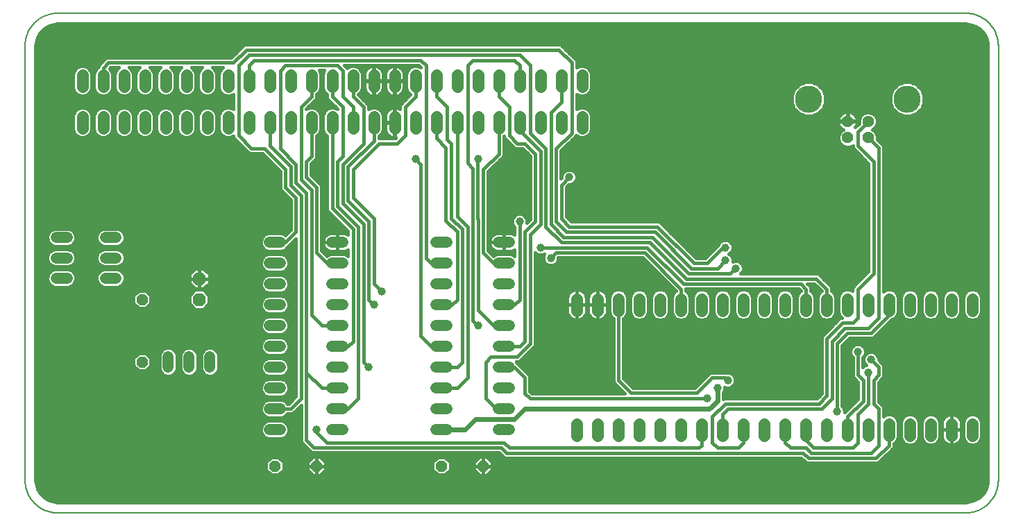
<source format=gtl>
G75*
%MOIN*%
%OFA0B0*%
%FSLAX25Y25*%
%IPPOS*%
%LPD*%
%AMOC8*
5,1,8,0,0,1.08239X$1,22.5*
%
%ADD10C,0.00600*%
%ADD11C,0.05650*%
%ADD12C,0.05200*%
%ADD13OC8,0.05200*%
%ADD14C,0.05543*%
%ADD15OC8,0.06200*%
%ADD16C,0.13055*%
%ADD17C,0.05622*%
%ADD18C,0.01600*%
%ADD19C,0.03962*%
%ADD20C,0.02400*%
D10*
X0025048Y0006800D02*
X0461052Y0006800D01*
X0461433Y0006805D01*
X0461813Y0006818D01*
X0462193Y0006841D01*
X0462572Y0006874D01*
X0462950Y0006915D01*
X0463327Y0006965D01*
X0463703Y0007025D01*
X0464078Y0007093D01*
X0464450Y0007171D01*
X0464821Y0007258D01*
X0465189Y0007353D01*
X0465555Y0007458D01*
X0465918Y0007571D01*
X0466279Y0007693D01*
X0466636Y0007823D01*
X0466990Y0007963D01*
X0467341Y0008110D01*
X0467688Y0008267D01*
X0468031Y0008431D01*
X0468370Y0008604D01*
X0468705Y0008785D01*
X0469036Y0008974D01*
X0469361Y0009171D01*
X0469682Y0009375D01*
X0469998Y0009588D01*
X0470308Y0009808D01*
X0470614Y0010035D01*
X0470913Y0010270D01*
X0471207Y0010512D01*
X0471495Y0010760D01*
X0471777Y0011016D01*
X0472052Y0011279D01*
X0472321Y0011548D01*
X0472584Y0011823D01*
X0472840Y0012105D01*
X0473088Y0012393D01*
X0473330Y0012687D01*
X0473565Y0012986D01*
X0473792Y0013292D01*
X0474012Y0013602D01*
X0474225Y0013918D01*
X0474429Y0014239D01*
X0474626Y0014564D01*
X0474815Y0014895D01*
X0474996Y0015230D01*
X0475169Y0015569D01*
X0475333Y0015912D01*
X0475490Y0016259D01*
X0475637Y0016610D01*
X0475777Y0016964D01*
X0475907Y0017321D01*
X0476029Y0017682D01*
X0476142Y0018045D01*
X0476247Y0018411D01*
X0476342Y0018779D01*
X0476429Y0019150D01*
X0476507Y0019522D01*
X0476575Y0019897D01*
X0476635Y0020273D01*
X0476685Y0020650D01*
X0476726Y0021028D01*
X0476759Y0021407D01*
X0476782Y0021787D01*
X0476795Y0022167D01*
X0476800Y0022548D01*
X0476800Y0231052D01*
X0476795Y0231433D01*
X0476782Y0231813D01*
X0476759Y0232193D01*
X0476726Y0232572D01*
X0476685Y0232950D01*
X0476635Y0233327D01*
X0476575Y0233703D01*
X0476507Y0234078D01*
X0476429Y0234450D01*
X0476342Y0234821D01*
X0476247Y0235189D01*
X0476142Y0235555D01*
X0476029Y0235918D01*
X0475907Y0236279D01*
X0475777Y0236636D01*
X0475637Y0236990D01*
X0475490Y0237341D01*
X0475333Y0237688D01*
X0475169Y0238031D01*
X0474996Y0238370D01*
X0474815Y0238705D01*
X0474626Y0239036D01*
X0474429Y0239361D01*
X0474225Y0239682D01*
X0474012Y0239998D01*
X0473792Y0240308D01*
X0473565Y0240614D01*
X0473330Y0240913D01*
X0473088Y0241207D01*
X0472840Y0241495D01*
X0472584Y0241777D01*
X0472321Y0242052D01*
X0472052Y0242321D01*
X0471777Y0242584D01*
X0471495Y0242840D01*
X0471207Y0243088D01*
X0470913Y0243330D01*
X0470614Y0243565D01*
X0470308Y0243792D01*
X0469998Y0244012D01*
X0469682Y0244225D01*
X0469361Y0244429D01*
X0469036Y0244626D01*
X0468705Y0244815D01*
X0468370Y0244996D01*
X0468031Y0245169D01*
X0467688Y0245333D01*
X0467341Y0245490D01*
X0466990Y0245637D01*
X0466636Y0245777D01*
X0466279Y0245907D01*
X0465918Y0246029D01*
X0465555Y0246142D01*
X0465189Y0246247D01*
X0464821Y0246342D01*
X0464450Y0246429D01*
X0464078Y0246507D01*
X0463703Y0246575D01*
X0463327Y0246635D01*
X0462950Y0246685D01*
X0462572Y0246726D01*
X0462193Y0246759D01*
X0461813Y0246782D01*
X0461433Y0246795D01*
X0461052Y0246800D01*
X0025048Y0246800D01*
X0024667Y0246795D01*
X0024287Y0246782D01*
X0023907Y0246759D01*
X0023528Y0246726D01*
X0023150Y0246685D01*
X0022773Y0246635D01*
X0022397Y0246575D01*
X0022022Y0246507D01*
X0021650Y0246429D01*
X0021279Y0246342D01*
X0020911Y0246247D01*
X0020545Y0246142D01*
X0020182Y0246029D01*
X0019821Y0245907D01*
X0019464Y0245777D01*
X0019110Y0245637D01*
X0018759Y0245490D01*
X0018412Y0245333D01*
X0018069Y0245169D01*
X0017730Y0244996D01*
X0017395Y0244815D01*
X0017064Y0244626D01*
X0016739Y0244429D01*
X0016418Y0244225D01*
X0016102Y0244012D01*
X0015792Y0243792D01*
X0015486Y0243565D01*
X0015187Y0243330D01*
X0014893Y0243088D01*
X0014605Y0242840D01*
X0014323Y0242584D01*
X0014048Y0242321D01*
X0013779Y0242052D01*
X0013516Y0241777D01*
X0013260Y0241495D01*
X0013012Y0241207D01*
X0012770Y0240913D01*
X0012535Y0240614D01*
X0012308Y0240308D01*
X0012088Y0239998D01*
X0011875Y0239682D01*
X0011671Y0239361D01*
X0011474Y0239036D01*
X0011285Y0238705D01*
X0011104Y0238370D01*
X0010931Y0238031D01*
X0010767Y0237688D01*
X0010610Y0237341D01*
X0010463Y0236990D01*
X0010323Y0236636D01*
X0010193Y0236279D01*
X0010071Y0235918D01*
X0009958Y0235555D01*
X0009853Y0235189D01*
X0009758Y0234821D01*
X0009671Y0234450D01*
X0009593Y0234078D01*
X0009525Y0233703D01*
X0009465Y0233327D01*
X0009415Y0232950D01*
X0009374Y0232572D01*
X0009341Y0232193D01*
X0009318Y0231813D01*
X0009305Y0231433D01*
X0009300Y0231052D01*
X0009300Y0022548D01*
X0009305Y0022167D01*
X0009318Y0021787D01*
X0009341Y0021407D01*
X0009374Y0021028D01*
X0009415Y0020650D01*
X0009465Y0020273D01*
X0009525Y0019897D01*
X0009593Y0019522D01*
X0009671Y0019150D01*
X0009758Y0018779D01*
X0009853Y0018411D01*
X0009958Y0018045D01*
X0010071Y0017682D01*
X0010193Y0017321D01*
X0010323Y0016964D01*
X0010463Y0016610D01*
X0010610Y0016259D01*
X0010767Y0015912D01*
X0010931Y0015569D01*
X0011104Y0015230D01*
X0011285Y0014895D01*
X0011474Y0014564D01*
X0011671Y0014239D01*
X0011875Y0013918D01*
X0012088Y0013602D01*
X0012308Y0013292D01*
X0012535Y0012986D01*
X0012770Y0012687D01*
X0013012Y0012393D01*
X0013260Y0012105D01*
X0013516Y0011823D01*
X0013779Y0011548D01*
X0014048Y0011279D01*
X0014323Y0011016D01*
X0014605Y0010760D01*
X0014893Y0010512D01*
X0015187Y0010270D01*
X0015486Y0010035D01*
X0015792Y0009808D01*
X0016102Y0009588D01*
X0016418Y0009375D01*
X0016739Y0009171D01*
X0017064Y0008974D01*
X0017395Y0008785D01*
X0017730Y0008604D01*
X0018069Y0008431D01*
X0018412Y0008267D01*
X0018759Y0008110D01*
X0019110Y0007963D01*
X0019464Y0007823D01*
X0019821Y0007693D01*
X0020182Y0007571D01*
X0020545Y0007458D01*
X0020911Y0007353D01*
X0021279Y0007258D01*
X0021650Y0007171D01*
X0022022Y0007093D01*
X0022397Y0007025D01*
X0022773Y0006965D01*
X0023150Y0006915D01*
X0023528Y0006874D01*
X0023907Y0006841D01*
X0024287Y0006818D01*
X0024667Y0006805D01*
X0025048Y0006800D01*
D11*
X0274300Y0043975D02*
X0274300Y0049625D01*
X0284300Y0049625D02*
X0284300Y0043975D01*
X0294300Y0043975D02*
X0294300Y0049625D01*
X0304300Y0049625D02*
X0304300Y0043975D01*
X0314300Y0043975D02*
X0314300Y0049625D01*
X0324300Y0049625D02*
X0324300Y0043975D01*
X0334300Y0043975D02*
X0334300Y0049625D01*
X0344300Y0049625D02*
X0344300Y0043975D01*
X0354300Y0043975D02*
X0354300Y0049625D01*
X0364300Y0049625D02*
X0364300Y0043975D01*
X0374300Y0043975D02*
X0374300Y0049625D01*
X0384300Y0049625D02*
X0384300Y0043975D01*
X0394300Y0043975D02*
X0394300Y0049625D01*
X0404300Y0049625D02*
X0404300Y0043975D01*
X0414300Y0043975D02*
X0414300Y0049625D01*
X0424300Y0049625D02*
X0424300Y0043975D01*
X0434300Y0043975D02*
X0434300Y0049625D01*
X0444300Y0049625D02*
X0444300Y0043975D01*
X0454300Y0043975D02*
X0454300Y0049625D01*
X0464300Y0049625D02*
X0464300Y0043975D01*
X0464300Y0103975D02*
X0464300Y0109625D01*
X0454300Y0109625D02*
X0454300Y0103975D01*
X0444300Y0103975D02*
X0444300Y0109625D01*
X0434300Y0109625D02*
X0434300Y0103975D01*
X0424300Y0103975D02*
X0424300Y0109625D01*
X0414300Y0109625D02*
X0414300Y0103975D01*
X0404300Y0103975D02*
X0404300Y0109625D01*
X0394300Y0109625D02*
X0394300Y0103975D01*
X0384300Y0103975D02*
X0384300Y0109625D01*
X0374300Y0109625D02*
X0374300Y0103975D01*
X0364300Y0103975D02*
X0364300Y0109625D01*
X0354300Y0109625D02*
X0354300Y0103975D01*
X0344300Y0103975D02*
X0344300Y0109625D01*
X0334300Y0109625D02*
X0334300Y0103975D01*
X0324300Y0103975D02*
X0324300Y0109625D01*
X0314300Y0109625D02*
X0314300Y0103975D01*
X0304300Y0103975D02*
X0304300Y0109625D01*
X0294300Y0109625D02*
X0294300Y0103975D01*
X0284300Y0103975D02*
X0284300Y0109625D01*
X0274300Y0109625D02*
X0274300Y0103975D01*
D12*
X0241900Y0106800D02*
X0236700Y0106800D01*
X0236700Y0096800D02*
X0241900Y0096800D01*
X0241900Y0086800D02*
X0236700Y0086800D01*
X0236700Y0076800D02*
X0241900Y0076800D01*
X0241900Y0066800D02*
X0236700Y0066800D01*
X0236700Y0056800D02*
X0241900Y0056800D01*
X0241900Y0046800D02*
X0236700Y0046800D01*
X0211900Y0046800D02*
X0206700Y0046800D01*
X0206700Y0056800D02*
X0211900Y0056800D01*
X0211900Y0066800D02*
X0206700Y0066800D01*
X0206700Y0076800D02*
X0211900Y0076800D01*
X0211900Y0086800D02*
X0206700Y0086800D01*
X0206700Y0096800D02*
X0211900Y0096800D01*
X0211900Y0106800D02*
X0206700Y0106800D01*
X0206700Y0116800D02*
X0211900Y0116800D01*
X0211900Y0126800D02*
X0206700Y0126800D01*
X0206700Y0136800D02*
X0211900Y0136800D01*
X0236700Y0136800D02*
X0241900Y0136800D01*
X0241900Y0126800D02*
X0236700Y0126800D01*
X0236700Y0116800D02*
X0241900Y0116800D01*
X0161900Y0116800D02*
X0156700Y0116800D01*
X0156700Y0106800D02*
X0161900Y0106800D01*
X0161900Y0096800D02*
X0156700Y0096800D01*
X0156700Y0086800D02*
X0161900Y0086800D01*
X0161900Y0076800D02*
X0156700Y0076800D01*
X0156700Y0066800D02*
X0161900Y0066800D01*
X0161900Y0056800D02*
X0156700Y0056800D01*
X0156700Y0046800D02*
X0161900Y0046800D01*
X0131900Y0046800D02*
X0126700Y0046800D01*
X0126700Y0056800D02*
X0131900Y0056800D01*
X0131900Y0066800D02*
X0126700Y0066800D01*
X0126700Y0076800D02*
X0131900Y0076800D01*
X0131900Y0086800D02*
X0126700Y0086800D01*
X0126700Y0096800D02*
X0131900Y0096800D01*
X0131900Y0106800D02*
X0126700Y0106800D01*
X0126700Y0116800D02*
X0131900Y0116800D01*
X0131900Y0126800D02*
X0126700Y0126800D01*
X0126700Y0136800D02*
X0131900Y0136800D01*
X0156700Y0136800D02*
X0161900Y0136800D01*
X0161900Y0126800D02*
X0156700Y0126800D01*
X0098050Y0081900D02*
X0098050Y0076700D01*
X0088050Y0076700D02*
X0088050Y0081900D01*
X0078050Y0081900D02*
X0078050Y0076700D01*
X0053075Y0119500D02*
X0047875Y0119500D01*
X0029475Y0119500D02*
X0024275Y0119500D01*
X0024275Y0129300D02*
X0029475Y0129300D01*
X0029475Y0139100D02*
X0024275Y0139100D01*
X0047875Y0139100D02*
X0053075Y0139100D01*
X0053075Y0129300D02*
X0047875Y0129300D01*
D13*
X0065550Y0109300D03*
X0065550Y0079300D03*
X0129300Y0029300D03*
X0149300Y0029300D03*
X0209300Y0029300D03*
X0229300Y0029300D03*
D14*
X0226800Y0191528D02*
X0226800Y0197072D01*
X0216800Y0197072D02*
X0216800Y0191528D01*
X0206800Y0191528D02*
X0206800Y0197072D01*
X0196800Y0197072D02*
X0196800Y0191528D01*
X0186800Y0191528D02*
X0186800Y0197072D01*
X0176800Y0197072D02*
X0176800Y0191528D01*
X0166800Y0191528D02*
X0166800Y0197072D01*
X0156800Y0197072D02*
X0156800Y0191528D01*
X0146800Y0191528D02*
X0146800Y0197072D01*
X0136800Y0197072D02*
X0136800Y0191528D01*
X0126800Y0191528D02*
X0126800Y0197072D01*
X0116800Y0197072D02*
X0116800Y0191528D01*
X0106800Y0191528D02*
X0106800Y0197072D01*
X0096800Y0197072D02*
X0096800Y0191528D01*
X0086800Y0191528D02*
X0086800Y0197072D01*
X0076800Y0197072D02*
X0076800Y0191528D01*
X0066800Y0191528D02*
X0066800Y0197072D01*
X0056800Y0197072D02*
X0056800Y0191528D01*
X0046800Y0191528D02*
X0046800Y0197072D01*
X0036800Y0197072D02*
X0036800Y0191528D01*
X0036800Y0211528D02*
X0036800Y0217072D01*
X0046800Y0217072D02*
X0046800Y0211528D01*
X0056800Y0211528D02*
X0056800Y0217072D01*
X0066800Y0217072D02*
X0066800Y0211528D01*
X0076800Y0211528D02*
X0076800Y0217072D01*
X0086800Y0217072D02*
X0086800Y0211528D01*
X0096800Y0211528D02*
X0096800Y0217072D01*
X0106800Y0217072D02*
X0106800Y0211528D01*
X0116800Y0211528D02*
X0116800Y0217072D01*
X0126800Y0217072D02*
X0126800Y0211528D01*
X0136800Y0211528D02*
X0136800Y0217072D01*
X0146800Y0217072D02*
X0146800Y0211528D01*
X0156800Y0211528D02*
X0156800Y0217072D01*
X0166800Y0217072D02*
X0166800Y0211528D01*
X0176800Y0211528D02*
X0176800Y0217072D01*
X0186800Y0217072D02*
X0186800Y0211528D01*
X0196800Y0211528D02*
X0196800Y0217072D01*
X0206800Y0217072D02*
X0206800Y0211528D01*
X0216800Y0211528D02*
X0216800Y0217072D01*
X0226800Y0217072D02*
X0226800Y0211528D01*
X0236800Y0211528D02*
X0236800Y0217072D01*
X0246800Y0217072D02*
X0246800Y0211528D01*
X0256800Y0211528D02*
X0256800Y0217072D01*
X0266800Y0217072D02*
X0266800Y0211528D01*
X0276800Y0211528D02*
X0276800Y0217072D01*
X0276800Y0197072D02*
X0276800Y0191528D01*
X0266800Y0191528D02*
X0266800Y0197072D01*
X0256800Y0197072D02*
X0256800Y0191528D01*
X0246800Y0191528D02*
X0246800Y0197072D01*
X0236800Y0197072D02*
X0236800Y0191528D01*
D15*
X0093050Y0119300D03*
X0093050Y0109300D03*
D16*
X0385599Y0205550D03*
X0433001Y0205550D03*
D17*
X0414221Y0194881D03*
X0404379Y0194881D03*
X0404379Y0187007D03*
X0414221Y0187007D03*
D18*
X0020973Y0012711D02*
X0018566Y0014100D01*
X0016600Y0016066D01*
X0015211Y0018473D01*
X0014491Y0021158D01*
X0014400Y0022548D01*
X0014400Y0023562D01*
X0014400Y0231052D01*
X0014491Y0232442D01*
X0015211Y0235127D01*
X0016600Y0237534D01*
X0018566Y0239500D01*
X0020973Y0240889D01*
X0023658Y0241609D01*
X0025048Y0241700D01*
X0461052Y0241700D01*
X0462442Y0241609D01*
X0465127Y0240889D01*
X0467534Y0239500D01*
X0469500Y0237534D01*
X0470889Y0235127D01*
X0471609Y0232442D01*
X0471700Y0231052D01*
X0471700Y0022548D01*
X0471609Y0021158D01*
X0470889Y0018473D01*
X0469500Y0016066D01*
X0467534Y0014100D01*
X0465127Y0012711D01*
X0462442Y0011991D01*
X0461052Y0011900D01*
X0025048Y0011900D01*
X0023658Y0011991D01*
X0020973Y0012711D01*
X0019741Y0013422D02*
X0466359Y0013422D01*
X0468454Y0015020D02*
X0017646Y0015020D01*
X0016281Y0016619D02*
X0469819Y0016619D01*
X0470742Y0018217D02*
X0015358Y0018217D01*
X0014851Y0019816D02*
X0471249Y0019816D01*
X0471626Y0021414D02*
X0014474Y0021414D01*
X0014400Y0023013D02*
X0471700Y0023013D01*
X0471700Y0024611D02*
X0014400Y0024611D01*
X0014400Y0026210D02*
X0126450Y0026210D01*
X0127560Y0025100D02*
X0131040Y0025100D01*
X0133500Y0027560D01*
X0133500Y0031040D01*
X0131040Y0033500D01*
X0127560Y0033500D01*
X0125100Y0031040D01*
X0125100Y0027560D01*
X0127560Y0025100D01*
X0125100Y0027808D02*
X0014400Y0027808D01*
X0014400Y0029407D02*
X0125100Y0029407D01*
X0125100Y0031005D02*
X0014400Y0031005D01*
X0014400Y0032604D02*
X0126664Y0032604D01*
X0131936Y0032604D02*
X0146381Y0032604D01*
X0147477Y0033700D02*
X0144900Y0031123D01*
X0144900Y0029300D01*
X0149300Y0029300D01*
X0153700Y0029300D01*
X0153700Y0031123D01*
X0151123Y0033700D01*
X0149300Y0033700D01*
X0149300Y0029300D01*
X0149300Y0029300D01*
X0149300Y0029300D01*
X0153700Y0029300D01*
X0153700Y0027477D01*
X0151123Y0024900D01*
X0149300Y0024900D01*
X0149300Y0029300D01*
X0149300Y0029300D01*
X0149300Y0029300D01*
X0149300Y0033700D01*
X0147477Y0033700D01*
X0147573Y0035650D02*
X0237056Y0035650D01*
X0239191Y0033515D01*
X0240073Y0033150D01*
X0382056Y0033150D01*
X0384191Y0031015D01*
X0385073Y0030650D01*
X0418527Y0030650D01*
X0419409Y0031015D01*
X0420085Y0031691D01*
X0426335Y0037941D01*
X0426700Y0038823D01*
X0426700Y0040180D01*
X0426807Y0040224D01*
X0428051Y0041468D01*
X0428725Y0043095D01*
X0428725Y0050505D01*
X0428051Y0052132D01*
X0426807Y0053376D01*
X0425180Y0054050D01*
X0423420Y0054050D01*
X0421793Y0053376D01*
X0421700Y0053283D01*
X0421700Y0057277D01*
X0421335Y0058159D01*
X0420659Y0058835D01*
X0419200Y0060294D01*
X0419200Y0069556D01*
X0421335Y0071691D01*
X0421700Y0072573D01*
X0421700Y0077277D01*
X0421335Y0078159D01*
X0420659Y0078835D01*
X0419131Y0080363D01*
X0419131Y0081262D01*
X0418586Y0082579D01*
X0417579Y0083586D01*
X0416262Y0084131D01*
X0414838Y0084131D01*
X0413521Y0083586D01*
X0412514Y0082579D01*
X0411969Y0081262D01*
X0411969Y0079838D01*
X0412514Y0078521D01*
X0413281Y0077754D01*
X0412271Y0077336D01*
X0411700Y0076764D01*
X0411700Y0081636D01*
X0412336Y0082271D01*
X0412881Y0083588D01*
X0412881Y0085012D01*
X0412336Y0086329D01*
X0411329Y0087336D01*
X0410012Y0087881D01*
X0408588Y0087881D01*
X0407271Y0087336D01*
X0406264Y0086329D01*
X0405719Y0085012D01*
X0405719Y0083588D01*
X0406264Y0082271D01*
X0406900Y0081636D01*
X0406900Y0072573D01*
X0407265Y0071691D01*
X0407941Y0071015D01*
X0409400Y0069556D01*
X0409400Y0061544D01*
X0402881Y0055025D01*
X0402881Y0056262D01*
X0402336Y0057579D01*
X0401700Y0058214D01*
X0401700Y0087056D01*
X0405294Y0090650D01*
X0416027Y0090650D01*
X0416909Y0091015D01*
X0425631Y0099737D01*
X0426807Y0100224D01*
X0428051Y0101468D01*
X0428725Y0103095D01*
X0428725Y0110505D01*
X0428051Y0112132D01*
X0426807Y0113376D01*
X0425180Y0114050D01*
X0423420Y0114050D01*
X0421793Y0113376D01*
X0421700Y0113283D01*
X0421700Y0181628D01*
X0421707Y0181646D01*
X0421700Y0182105D01*
X0421700Y0182563D01*
X0421692Y0182581D01*
X0421692Y0182601D01*
X0421510Y0183022D01*
X0421335Y0183445D01*
X0421321Y0183459D01*
X0421313Y0183477D01*
X0420984Y0183796D01*
X0420659Y0184120D01*
X0420641Y0184128D01*
X0418616Y0186090D01*
X0418632Y0186129D01*
X0418632Y0187884D01*
X0417961Y0189505D01*
X0416720Y0190746D01*
X0416243Y0190944D01*
X0416720Y0191141D01*
X0417961Y0192382D01*
X0418632Y0194003D01*
X0418632Y0195758D01*
X0417961Y0197379D01*
X0416720Y0198620D01*
X0415099Y0199292D01*
X0413344Y0199292D01*
X0411723Y0198620D01*
X0410482Y0197379D01*
X0409810Y0195758D01*
X0409810Y0194003D01*
X0409851Y0193905D01*
X0408089Y0192142D01*
X0408322Y0192464D01*
X0408652Y0193111D01*
X0408876Y0193801D01*
X0408990Y0194518D01*
X0408990Y0194775D01*
X0404484Y0194775D01*
X0404484Y0194986D01*
X0404273Y0194986D01*
X0404273Y0194775D01*
X0399768Y0194775D01*
X0399768Y0194518D01*
X0399881Y0193801D01*
X0400106Y0193111D01*
X0400435Y0192464D01*
X0400862Y0191877D01*
X0401375Y0191364D01*
X0401962Y0190937D01*
X0402132Y0190850D01*
X0401880Y0190746D01*
X0400639Y0189505D01*
X0399968Y0187884D01*
X0399968Y0186129D01*
X0400639Y0184508D01*
X0401880Y0183267D01*
X0403501Y0182596D01*
X0405256Y0182596D01*
X0406877Y0183267D01*
X0406900Y0183290D01*
X0406900Y0182573D01*
X0407265Y0181691D01*
X0407941Y0181015D01*
X0414400Y0174556D01*
X0414400Y0122919D01*
X0407808Y0116327D01*
X0407797Y0116322D01*
X0407470Y0115989D01*
X0407140Y0115659D01*
X0407136Y0115649D01*
X0407128Y0115641D01*
X0406953Y0115208D01*
X0406775Y0114777D01*
X0406775Y0114766D01*
X0406771Y0114756D01*
X0406775Y0114289D01*
X0406775Y0113823D01*
X0406779Y0113812D01*
X0406783Y0113386D01*
X0405180Y0114050D01*
X0403420Y0114050D01*
X0401793Y0113376D01*
X0400549Y0112132D01*
X0399875Y0110505D01*
X0399875Y0103095D01*
X0400549Y0101468D01*
X0401567Y0100450D01*
X0401323Y0100450D01*
X0400441Y0100085D01*
X0392941Y0092585D01*
X0392265Y0091909D01*
X0391900Y0091027D01*
X0391900Y0064044D01*
X0389556Y0061700D01*
X0345073Y0061700D01*
X0344600Y0061504D01*
X0344600Y0064536D01*
X0344836Y0064771D01*
X0345381Y0066088D01*
X0345381Y0067262D01*
X0346088Y0066969D01*
X0347512Y0066969D01*
X0348829Y0067514D01*
X0349836Y0068521D01*
X0350381Y0069838D01*
X0350381Y0071262D01*
X0349836Y0072579D01*
X0348829Y0073586D01*
X0347512Y0074131D01*
X0346194Y0074131D01*
X0346027Y0074200D01*
X0338823Y0074200D01*
X0337941Y0073835D01*
X0330931Y0066825D01*
X0301419Y0066825D01*
X0296700Y0071544D01*
X0296700Y0100180D01*
X0296807Y0100224D01*
X0298051Y0101468D01*
X0298725Y0103095D01*
X0298725Y0110505D01*
X0298051Y0112132D01*
X0296807Y0113376D01*
X0295180Y0114050D01*
X0293420Y0114050D01*
X0291793Y0113376D01*
X0290549Y0112132D01*
X0289875Y0110505D01*
X0289875Y0103095D01*
X0290549Y0101468D01*
X0291793Y0100224D01*
X0291900Y0100180D01*
X0291900Y0070073D01*
X0292265Y0069191D01*
X0292941Y0068515D01*
X0297256Y0064200D01*
X0252794Y0064200D01*
X0251700Y0065294D01*
X0251700Y0072277D01*
X0251335Y0073159D01*
X0246335Y0078159D01*
X0245659Y0078835D01*
X0245592Y0078863D01*
X0245461Y0079179D01*
X0245240Y0079400D01*
X0246027Y0079400D01*
X0246909Y0079765D01*
X0253159Y0086015D01*
X0253835Y0086691D01*
X0254200Y0087573D01*
X0254200Y0131836D01*
X0254771Y0131264D01*
X0256088Y0130719D01*
X0257512Y0130719D01*
X0258719Y0131219D01*
X0258219Y0130012D01*
X0258219Y0128588D01*
X0258764Y0127271D01*
X0259771Y0126264D01*
X0261088Y0125719D01*
X0262512Y0125719D01*
X0263829Y0126264D01*
X0264836Y0127271D01*
X0265381Y0128588D01*
X0265381Y0129400D01*
X0305806Y0129400D01*
X0321819Y0113387D01*
X0321793Y0113376D01*
X0320549Y0112132D01*
X0319875Y0110505D01*
X0319875Y0103095D01*
X0320549Y0101468D01*
X0321793Y0100224D01*
X0323420Y0099550D01*
X0325180Y0099550D01*
X0326807Y0100224D01*
X0328051Y0101468D01*
X0328725Y0103095D01*
X0328725Y0110505D01*
X0328051Y0112132D01*
X0326807Y0113376D01*
X0326700Y0113420D01*
X0326700Y0114400D01*
X0380806Y0114400D01*
X0381819Y0113387D01*
X0381793Y0113376D01*
X0380549Y0112132D01*
X0379875Y0110505D01*
X0379875Y0103095D01*
X0380549Y0101468D01*
X0381793Y0100224D01*
X0383420Y0099550D01*
X0385180Y0099550D01*
X0386807Y0100224D01*
X0388051Y0101468D01*
X0388725Y0103095D01*
X0388725Y0110505D01*
X0388051Y0112132D01*
X0386807Y0113376D01*
X0386700Y0113420D01*
X0386700Y0114777D01*
X0386335Y0115659D01*
X0385659Y0116335D01*
X0385094Y0116900D01*
X0388306Y0116900D01*
X0391819Y0113387D01*
X0391793Y0113376D01*
X0390549Y0112132D01*
X0389875Y0110505D01*
X0389875Y0103095D01*
X0390549Y0101468D01*
X0391793Y0100224D01*
X0393420Y0099550D01*
X0395180Y0099550D01*
X0396807Y0100224D01*
X0398051Y0101468D01*
X0398725Y0103095D01*
X0398725Y0110505D01*
X0398051Y0112132D01*
X0396807Y0113376D01*
X0396700Y0113420D01*
X0396700Y0114777D01*
X0396335Y0115659D01*
X0391335Y0120659D01*
X0390659Y0121335D01*
X0389777Y0121700D01*
X0353014Y0121700D01*
X0353586Y0122271D01*
X0354131Y0123588D01*
X0354131Y0125012D01*
X0353586Y0126329D01*
X0352579Y0127336D01*
X0351262Y0127881D01*
X0349838Y0127881D01*
X0349131Y0127588D01*
X0349131Y0128762D01*
X0348586Y0130079D01*
X0347579Y0131086D01*
X0347363Y0131175D01*
X0347579Y0131264D01*
X0348586Y0132271D01*
X0349131Y0133588D01*
X0349131Y0135012D01*
X0348586Y0136329D01*
X0347579Y0137336D01*
X0346262Y0137881D01*
X0344838Y0137881D01*
X0343521Y0137336D01*
X0342514Y0136329D01*
X0342217Y0135611D01*
X0335806Y0129200D01*
X0331544Y0129200D01*
X0315085Y0145659D01*
X0314409Y0146335D01*
X0313527Y0146700D01*
X0271544Y0146700D01*
X0269200Y0149044D01*
X0269200Y0163306D01*
X0270363Y0164469D01*
X0271262Y0164469D01*
X0272579Y0165014D01*
X0273586Y0166021D01*
X0274131Y0167338D01*
X0274131Y0168762D01*
X0273586Y0170079D01*
X0272579Y0171086D01*
X0271262Y0171631D01*
X0269838Y0171631D01*
X0268521Y0171086D01*
X0267514Y0170079D01*
X0266969Y0168762D01*
X0266969Y0167863D01*
X0266700Y0167594D01*
X0266700Y0180806D01*
X0273835Y0187941D01*
X0273943Y0188203D01*
X0274324Y0187822D01*
X0275930Y0187157D01*
X0277670Y0187157D01*
X0279276Y0187822D01*
X0280506Y0189052D01*
X0281172Y0190659D01*
X0281172Y0197941D01*
X0280506Y0199548D01*
X0279276Y0200778D01*
X0277670Y0201443D01*
X0275930Y0201443D01*
X0274324Y0200778D01*
X0274200Y0200654D01*
X0274200Y0207946D01*
X0274324Y0207822D01*
X0275930Y0207157D01*
X0277670Y0207157D01*
X0279276Y0207822D01*
X0280506Y0209052D01*
X0281172Y0210659D01*
X0281172Y0217941D01*
X0280506Y0219548D01*
X0279276Y0220778D01*
X0277670Y0221443D01*
X0275930Y0221443D01*
X0274324Y0220778D01*
X0274200Y0220654D01*
X0274200Y0223527D01*
X0273835Y0224409D01*
X0273159Y0225085D01*
X0267585Y0230659D01*
X0267585Y0230659D01*
X0266909Y0231335D01*
X0266027Y0231700D01*
X0115073Y0231700D01*
X0114191Y0231335D01*
X0113515Y0230659D01*
X0108306Y0225450D01*
X0048823Y0225450D01*
X0047941Y0225085D01*
X0047265Y0224409D01*
X0044765Y0221909D01*
X0044400Y0221027D01*
X0044400Y0220809D01*
X0044324Y0220778D01*
X0043094Y0219548D01*
X0042428Y0217941D01*
X0042428Y0210659D01*
X0043094Y0209052D01*
X0044324Y0207822D01*
X0045930Y0207157D01*
X0047670Y0207157D01*
X0049276Y0207822D01*
X0050506Y0209052D01*
X0051172Y0210659D01*
X0051172Y0217941D01*
X0050506Y0219548D01*
X0049849Y0220205D01*
X0050294Y0220650D01*
X0054196Y0220650D01*
X0053094Y0219548D01*
X0052428Y0217941D01*
X0052428Y0210659D01*
X0053094Y0209052D01*
X0054324Y0207822D01*
X0055930Y0207157D01*
X0057670Y0207157D01*
X0059276Y0207822D01*
X0060506Y0209052D01*
X0061172Y0210659D01*
X0061172Y0217941D01*
X0060506Y0219548D01*
X0059404Y0220650D01*
X0064196Y0220650D01*
X0063094Y0219548D01*
X0062428Y0217941D01*
X0062428Y0210659D01*
X0063094Y0209052D01*
X0064324Y0207822D01*
X0065930Y0207157D01*
X0067670Y0207157D01*
X0069276Y0207822D01*
X0070506Y0209052D01*
X0071172Y0210659D01*
X0071172Y0217941D01*
X0070506Y0219548D01*
X0069404Y0220650D01*
X0074196Y0220650D01*
X0073094Y0219548D01*
X0072428Y0217941D01*
X0072428Y0210659D01*
X0073094Y0209052D01*
X0074324Y0207822D01*
X0075930Y0207157D01*
X0077670Y0207157D01*
X0079276Y0207822D01*
X0080506Y0209052D01*
X0081172Y0210659D01*
X0081172Y0217941D01*
X0080506Y0219548D01*
X0079404Y0220650D01*
X0084196Y0220650D01*
X0083094Y0219548D01*
X0082428Y0217941D01*
X0082428Y0210659D01*
X0083094Y0209052D01*
X0084324Y0207822D01*
X0085930Y0207157D01*
X0087670Y0207157D01*
X0089276Y0207822D01*
X0090506Y0209052D01*
X0091172Y0210659D01*
X0091172Y0217941D01*
X0090506Y0219548D01*
X0089404Y0220650D01*
X0094196Y0220650D01*
X0093094Y0219548D01*
X0092428Y0217941D01*
X0092428Y0210659D01*
X0093094Y0209052D01*
X0094324Y0207822D01*
X0095930Y0207157D01*
X0097670Y0207157D01*
X0099276Y0207822D01*
X0100506Y0209052D01*
X0101172Y0210659D01*
X0101172Y0217941D01*
X0100506Y0219548D01*
X0099404Y0220650D01*
X0104196Y0220650D01*
X0103094Y0219548D01*
X0102428Y0217941D01*
X0102428Y0210659D01*
X0103094Y0209052D01*
X0104324Y0207822D01*
X0105930Y0207157D01*
X0107670Y0207157D01*
X0109276Y0207822D01*
X0109400Y0207946D01*
X0109400Y0200654D01*
X0109276Y0200778D01*
X0107670Y0201443D01*
X0105930Y0201443D01*
X0104324Y0200778D01*
X0103094Y0199548D01*
X0102428Y0197941D01*
X0102428Y0190659D01*
X0103094Y0189052D01*
X0104324Y0187822D01*
X0105930Y0187157D01*
X0107670Y0187157D01*
X0109276Y0187822D01*
X0109400Y0187946D01*
X0109400Y0187573D01*
X0109765Y0186691D01*
X0116015Y0180441D01*
X0116691Y0179765D01*
X0117573Y0179400D01*
X0123306Y0179400D01*
X0131900Y0170806D01*
X0131900Y0162573D01*
X0132265Y0161691D01*
X0136900Y0157056D01*
X0136900Y0142794D01*
X0134373Y0140267D01*
X0134279Y0140361D01*
X0132735Y0141000D01*
X0125865Y0141000D01*
X0124321Y0140361D01*
X0123139Y0139179D01*
X0122500Y0137635D01*
X0122500Y0135965D01*
X0123139Y0134421D01*
X0124321Y0133239D01*
X0125865Y0132600D01*
X0132735Y0132600D01*
X0134279Y0133239D01*
X0135461Y0134421D01*
X0135592Y0134737D01*
X0135659Y0134765D01*
X0136335Y0135441D01*
X0139400Y0138506D01*
X0139400Y0062794D01*
X0135806Y0059200D01*
X0135440Y0059200D01*
X0134279Y0060361D01*
X0132735Y0061000D01*
X0125865Y0061000D01*
X0124321Y0060361D01*
X0123139Y0059179D01*
X0122500Y0057635D01*
X0122500Y0055965D01*
X0123139Y0054421D01*
X0124321Y0053239D01*
X0125865Y0052600D01*
X0132735Y0052600D01*
X0134279Y0053239D01*
X0135440Y0054400D01*
X0137277Y0054400D01*
X0138159Y0054765D01*
X0141900Y0058506D01*
X0141900Y0041323D01*
X0142265Y0040441D01*
X0142941Y0039765D01*
X0146691Y0036015D01*
X0147573Y0035650D01*
X0147208Y0035801D02*
X0014400Y0035801D01*
X0014400Y0037399D02*
X0145306Y0037399D01*
X0143708Y0038998D02*
X0014400Y0038998D01*
X0014400Y0040596D02*
X0142201Y0040596D01*
X0141900Y0042195D02*
X0014400Y0042195D01*
X0014400Y0043793D02*
X0123767Y0043793D01*
X0124321Y0043239D02*
X0125865Y0042600D01*
X0132735Y0042600D01*
X0134279Y0043239D01*
X0135461Y0044421D01*
X0136100Y0045965D01*
X0136100Y0047635D01*
X0135461Y0049179D01*
X0134279Y0050361D01*
X0132735Y0051000D01*
X0125865Y0051000D01*
X0124321Y0050361D01*
X0123139Y0049179D01*
X0122500Y0047635D01*
X0122500Y0045965D01*
X0123139Y0044421D01*
X0124321Y0043239D01*
X0122737Y0045392D02*
X0014400Y0045392D01*
X0014400Y0046990D02*
X0122500Y0046990D01*
X0122895Y0048589D02*
X0014400Y0048589D01*
X0014400Y0050187D02*
X0124148Y0050187D01*
X0124176Y0053384D02*
X0014400Y0053384D01*
X0014400Y0051786D02*
X0141900Y0051786D01*
X0141900Y0053384D02*
X0134424Y0053384D01*
X0134452Y0050187D02*
X0141900Y0050187D01*
X0141900Y0048589D02*
X0135705Y0048589D01*
X0136100Y0046990D02*
X0141900Y0046990D01*
X0141900Y0045392D02*
X0135863Y0045392D01*
X0134833Y0043793D02*
X0141900Y0043793D01*
X0144300Y0041800D02*
X0144300Y0074300D01*
X0144300Y0160550D01*
X0139300Y0165550D01*
X0139300Y0174300D01*
X0131800Y0181800D01*
X0131800Y0219300D01*
X0134300Y0221800D01*
X0159300Y0221800D01*
X0161800Y0219300D01*
X0161800Y0206800D01*
X0166800Y0201800D01*
X0166800Y0194300D01*
X0174200Y0200654D02*
X0174200Y0202277D01*
X0173835Y0203159D01*
X0173159Y0203835D01*
X0169202Y0207792D01*
X0169276Y0207822D01*
X0170506Y0209052D01*
X0171172Y0210659D01*
X0171172Y0217941D01*
X0170506Y0219548D01*
X0169276Y0220778D01*
X0167670Y0221443D01*
X0165930Y0221443D01*
X0164324Y0220778D01*
X0163943Y0220397D01*
X0163835Y0220659D01*
X0162594Y0221900D01*
X0198306Y0221900D01*
X0199400Y0220806D01*
X0199400Y0220654D01*
X0199276Y0220778D01*
X0197670Y0221443D01*
X0195930Y0221443D01*
X0194324Y0220778D01*
X0193094Y0219548D01*
X0192428Y0217941D01*
X0192428Y0210659D01*
X0193094Y0209052D01*
X0194324Y0207822D01*
X0194398Y0207792D01*
X0189765Y0203159D01*
X0189400Y0202277D01*
X0189400Y0200833D01*
X0189196Y0200982D01*
X0188555Y0201308D01*
X0187871Y0201531D01*
X0187160Y0201643D01*
X0186886Y0201643D01*
X0186886Y0194386D01*
X0186714Y0194386D01*
X0186714Y0201643D01*
X0186440Y0201643D01*
X0185729Y0201531D01*
X0185045Y0201308D01*
X0184404Y0200982D01*
X0183822Y0200559D01*
X0183313Y0200050D01*
X0182890Y0199468D01*
X0182563Y0198827D01*
X0182341Y0198142D01*
X0182228Y0197431D01*
X0182228Y0194386D01*
X0186714Y0194386D01*
X0186714Y0194214D01*
X0182228Y0194214D01*
X0182228Y0191169D01*
X0182341Y0190458D01*
X0182563Y0189773D01*
X0182890Y0189132D01*
X0183313Y0188550D01*
X0183822Y0188041D01*
X0184404Y0187618D01*
X0185045Y0187292D01*
X0185729Y0187069D01*
X0186440Y0186957D01*
X0186714Y0186957D01*
X0186714Y0194214D01*
X0186886Y0194214D01*
X0186886Y0186957D01*
X0187160Y0186957D01*
X0187341Y0186985D01*
X0187056Y0186700D01*
X0179200Y0186700D01*
X0179200Y0187791D01*
X0179276Y0187822D01*
X0180506Y0189052D01*
X0181172Y0190659D01*
X0181172Y0197941D01*
X0180506Y0199548D01*
X0179276Y0200778D01*
X0177670Y0201443D01*
X0175930Y0201443D01*
X0174324Y0200778D01*
X0174200Y0200654D01*
X0174200Y0202046D02*
X0189400Y0202046D01*
X0190250Y0203645D02*
X0173350Y0203645D01*
X0171751Y0205243D02*
X0191849Y0205243D01*
X0193447Y0206842D02*
X0170153Y0206842D01*
X0169894Y0208440D02*
X0173423Y0208440D01*
X0173313Y0208550D02*
X0173822Y0208041D01*
X0174404Y0207618D01*
X0175045Y0207292D01*
X0175729Y0207069D01*
X0176440Y0206957D01*
X0176714Y0206957D01*
X0176714Y0214214D01*
X0172228Y0214214D01*
X0172228Y0211169D01*
X0172341Y0210458D01*
X0172563Y0209773D01*
X0172890Y0209132D01*
X0173313Y0208550D01*
X0172477Y0210039D02*
X0170915Y0210039D01*
X0171172Y0211637D02*
X0172228Y0211637D01*
X0172228Y0213236D02*
X0171172Y0213236D01*
X0172228Y0214386D02*
X0176714Y0214386D01*
X0176714Y0221643D01*
X0176440Y0221643D01*
X0175729Y0221531D01*
X0175045Y0221308D01*
X0174404Y0220982D01*
X0173822Y0220559D01*
X0173313Y0220050D01*
X0172890Y0219468D01*
X0172563Y0218827D01*
X0172341Y0218142D01*
X0172228Y0217431D01*
X0172228Y0214386D01*
X0172228Y0214834D02*
X0171172Y0214834D01*
X0171172Y0216433D02*
X0172228Y0216433D01*
X0172323Y0218031D02*
X0171134Y0218031D01*
X0170424Y0219630D02*
X0173008Y0219630D01*
X0174888Y0221228D02*
X0168189Y0221228D01*
X0165411Y0221228D02*
X0163266Y0221228D01*
X0153033Y0219400D02*
X0152428Y0217941D01*
X0152428Y0210659D01*
X0153094Y0209052D01*
X0154324Y0207822D01*
X0154400Y0207791D01*
X0154400Y0206323D01*
X0154765Y0205441D01*
X0159400Y0200806D01*
X0159400Y0200654D01*
X0159276Y0200778D01*
X0157670Y0201443D01*
X0155930Y0201443D01*
X0154324Y0200778D01*
X0153094Y0199548D01*
X0152428Y0197941D01*
X0152428Y0190659D01*
X0153094Y0189052D01*
X0154324Y0187822D01*
X0154400Y0187791D01*
X0154400Y0152573D01*
X0154765Y0151691D01*
X0164400Y0142056D01*
X0164400Y0140422D01*
X0164206Y0140563D01*
X0163589Y0140878D01*
X0162930Y0141092D01*
X0162246Y0141200D01*
X0159300Y0141200D01*
X0159300Y0136800D01*
X0159300Y0136800D01*
X0159300Y0132400D01*
X0162246Y0132400D01*
X0162930Y0132508D01*
X0163589Y0132722D01*
X0164206Y0133037D01*
X0164400Y0133178D01*
X0164400Y0130240D01*
X0164279Y0130361D01*
X0162735Y0131000D01*
X0155865Y0131000D01*
X0154321Y0130361D01*
X0154227Y0130267D01*
X0151700Y0132794D01*
X0151700Y0163527D01*
X0151335Y0164409D01*
X0146700Y0169044D01*
X0146700Y0174556D01*
X0148835Y0176691D01*
X0149200Y0177573D01*
X0149200Y0187791D01*
X0149276Y0187822D01*
X0150506Y0189052D01*
X0151172Y0190659D01*
X0151172Y0197941D01*
X0150506Y0199548D01*
X0149276Y0200778D01*
X0147670Y0201443D01*
X0145930Y0201443D01*
X0144324Y0200778D01*
X0144200Y0200654D01*
X0144200Y0200806D01*
X0148159Y0204765D01*
X0148835Y0205441D01*
X0149200Y0206323D01*
X0149200Y0207791D01*
X0149276Y0207822D01*
X0150506Y0209052D01*
X0151172Y0210659D01*
X0151172Y0217941D01*
X0150567Y0219400D01*
X0153033Y0219400D01*
X0152466Y0218031D02*
X0151134Y0218031D01*
X0151172Y0216433D02*
X0152428Y0216433D01*
X0152428Y0214834D02*
X0151172Y0214834D01*
X0151172Y0213236D02*
X0152428Y0213236D01*
X0152428Y0211637D02*
X0151172Y0211637D01*
X0150915Y0210039D02*
X0152685Y0210039D01*
X0153706Y0208440D02*
X0149894Y0208440D01*
X0149200Y0206842D02*
X0154400Y0206842D01*
X0154963Y0205243D02*
X0148637Y0205243D01*
X0148159Y0204765D02*
X0148159Y0204765D01*
X0147039Y0203645D02*
X0156561Y0203645D01*
X0158160Y0202046D02*
X0145440Y0202046D01*
X0141800Y0201800D02*
X0146800Y0206800D01*
X0146800Y0214300D01*
X0156800Y0214300D02*
X0156800Y0206800D01*
X0161800Y0201800D01*
X0161800Y0178050D01*
X0159300Y0175550D01*
X0159300Y0154300D01*
X0169300Y0144300D01*
X0169300Y0061800D01*
X0164300Y0056800D01*
X0159300Y0056800D01*
X0149300Y0046800D02*
X0149300Y0045550D01*
X0154300Y0040550D01*
X0239300Y0040550D01*
X0241800Y0038050D01*
X0333050Y0038050D01*
X0334300Y0039300D01*
X0334300Y0046800D01*
X0339300Y0053050D02*
X0339300Y0040550D01*
X0341800Y0038050D01*
X0351800Y0038050D01*
X0354300Y0040550D01*
X0354300Y0046800D01*
X0344300Y0046800D02*
X0344300Y0054300D01*
X0346800Y0056800D01*
X0391800Y0056800D01*
X0396800Y0061800D01*
X0396800Y0089300D01*
X0403050Y0095550D01*
X0414300Y0095550D01*
X0419300Y0100550D01*
X0419300Y0182085D01*
X0414221Y0187007D01*
X0416454Y0190856D02*
X0471700Y0190856D01*
X0471700Y0189258D02*
X0418063Y0189258D01*
X0418632Y0187659D02*
X0471700Y0187659D01*
X0471700Y0186061D02*
X0418646Y0186061D01*
X0420296Y0184462D02*
X0471700Y0184462D01*
X0471700Y0182864D02*
X0421578Y0182864D01*
X0421700Y0181265D02*
X0471700Y0181265D01*
X0471700Y0179667D02*
X0421700Y0179667D01*
X0421700Y0178068D02*
X0471700Y0178068D01*
X0471700Y0176470D02*
X0421700Y0176470D01*
X0421700Y0174871D02*
X0471700Y0174871D01*
X0471700Y0173273D02*
X0421700Y0173273D01*
X0421700Y0171674D02*
X0471700Y0171674D01*
X0471700Y0170076D02*
X0421700Y0170076D01*
X0421700Y0168477D02*
X0471700Y0168477D01*
X0471700Y0166879D02*
X0421700Y0166879D01*
X0421700Y0165280D02*
X0471700Y0165280D01*
X0471700Y0163682D02*
X0421700Y0163682D01*
X0421700Y0162083D02*
X0471700Y0162083D01*
X0471700Y0160485D02*
X0421700Y0160485D01*
X0421700Y0158886D02*
X0471700Y0158886D01*
X0471700Y0157288D02*
X0421700Y0157288D01*
X0421700Y0155689D02*
X0471700Y0155689D01*
X0471700Y0154091D02*
X0421700Y0154091D01*
X0421700Y0152492D02*
X0471700Y0152492D01*
X0471700Y0150894D02*
X0421700Y0150894D01*
X0421700Y0149295D02*
X0471700Y0149295D01*
X0471700Y0147697D02*
X0421700Y0147697D01*
X0421700Y0146098D02*
X0471700Y0146098D01*
X0471700Y0144500D02*
X0421700Y0144500D01*
X0421700Y0142901D02*
X0471700Y0142901D01*
X0471700Y0141303D02*
X0421700Y0141303D01*
X0421700Y0139704D02*
X0471700Y0139704D01*
X0471700Y0138106D02*
X0421700Y0138106D01*
X0421700Y0136507D02*
X0471700Y0136507D01*
X0471700Y0134909D02*
X0421700Y0134909D01*
X0421700Y0133310D02*
X0471700Y0133310D01*
X0471700Y0131712D02*
X0421700Y0131712D01*
X0421700Y0130113D02*
X0471700Y0130113D01*
X0471700Y0128515D02*
X0421700Y0128515D01*
X0421700Y0126916D02*
X0471700Y0126916D01*
X0471700Y0125318D02*
X0421700Y0125318D01*
X0421700Y0123719D02*
X0471700Y0123719D01*
X0471700Y0122120D02*
X0421700Y0122120D01*
X0421700Y0120522D02*
X0471700Y0120522D01*
X0471700Y0118923D02*
X0421700Y0118923D01*
X0421700Y0117325D02*
X0471700Y0117325D01*
X0471700Y0115726D02*
X0421700Y0115726D01*
X0421700Y0114128D02*
X0471700Y0114128D01*
X0471700Y0112529D02*
X0467653Y0112529D01*
X0468051Y0112132D02*
X0466807Y0113376D01*
X0465180Y0114050D01*
X0463420Y0114050D01*
X0461793Y0113376D01*
X0460549Y0112132D01*
X0459875Y0110505D01*
X0459875Y0103095D01*
X0460549Y0101468D01*
X0461793Y0100224D01*
X0463420Y0099550D01*
X0465180Y0099550D01*
X0466807Y0100224D01*
X0468051Y0101468D01*
X0468725Y0103095D01*
X0468725Y0110505D01*
X0468051Y0112132D01*
X0468549Y0110931D02*
X0471700Y0110931D01*
X0471700Y0109332D02*
X0468725Y0109332D01*
X0468725Y0107734D02*
X0471700Y0107734D01*
X0471700Y0106135D02*
X0468725Y0106135D01*
X0468725Y0104537D02*
X0471700Y0104537D01*
X0471700Y0102938D02*
X0468660Y0102938D01*
X0467923Y0101340D02*
X0471700Y0101340D01*
X0471700Y0099741D02*
X0465642Y0099741D01*
X0462958Y0099741D02*
X0455642Y0099741D01*
X0455180Y0099550D02*
X0456807Y0100224D01*
X0458051Y0101468D01*
X0458725Y0103095D01*
X0458725Y0110505D01*
X0458051Y0112132D01*
X0456807Y0113376D01*
X0455180Y0114050D01*
X0453420Y0114050D01*
X0451793Y0113376D01*
X0450549Y0112132D01*
X0449875Y0110505D01*
X0449875Y0103095D01*
X0450549Y0101468D01*
X0451793Y0100224D01*
X0453420Y0099550D01*
X0455180Y0099550D01*
X0452958Y0099741D02*
X0445642Y0099741D01*
X0445180Y0099550D02*
X0446807Y0100224D01*
X0448051Y0101468D01*
X0448725Y0103095D01*
X0448725Y0110505D01*
X0448051Y0112132D01*
X0446807Y0113376D01*
X0445180Y0114050D01*
X0443420Y0114050D01*
X0441793Y0113376D01*
X0440549Y0112132D01*
X0439875Y0110505D01*
X0439875Y0103095D01*
X0440549Y0101468D01*
X0441793Y0100224D01*
X0443420Y0099550D01*
X0445180Y0099550D01*
X0442958Y0099741D02*
X0435642Y0099741D01*
X0435180Y0099550D02*
X0436807Y0100224D01*
X0438051Y0101468D01*
X0438725Y0103095D01*
X0438725Y0110505D01*
X0438051Y0112132D01*
X0436807Y0113376D01*
X0435180Y0114050D01*
X0433420Y0114050D01*
X0431793Y0113376D01*
X0430549Y0112132D01*
X0429875Y0110505D01*
X0429875Y0103095D01*
X0430549Y0101468D01*
X0431793Y0100224D01*
X0433420Y0099550D01*
X0435180Y0099550D01*
X0432958Y0099741D02*
X0425642Y0099741D01*
X0424037Y0098143D02*
X0471700Y0098143D01*
X0471700Y0096544D02*
X0422438Y0096544D01*
X0420840Y0094946D02*
X0471700Y0094946D01*
X0471700Y0093347D02*
X0419241Y0093347D01*
X0417643Y0091749D02*
X0471700Y0091749D01*
X0471700Y0090150D02*
X0404794Y0090150D01*
X0403196Y0088552D02*
X0471700Y0088552D01*
X0471700Y0086953D02*
X0411711Y0086953D01*
X0412739Y0085355D02*
X0471700Y0085355D01*
X0471700Y0083756D02*
X0417167Y0083756D01*
X0418760Y0082158D02*
X0471700Y0082158D01*
X0471700Y0080559D02*
X0419131Y0080559D01*
X0420533Y0078961D02*
X0471700Y0078961D01*
X0471700Y0077362D02*
X0421665Y0077362D01*
X0421700Y0075764D02*
X0471700Y0075764D01*
X0471700Y0074165D02*
X0421700Y0074165D01*
X0421698Y0072567D02*
X0471700Y0072567D01*
X0471700Y0070968D02*
X0420612Y0070968D01*
X0419200Y0069370D02*
X0471700Y0069370D01*
X0471700Y0067771D02*
X0419200Y0067771D01*
X0419200Y0066173D02*
X0471700Y0066173D01*
X0471700Y0064574D02*
X0419200Y0064574D01*
X0419200Y0062976D02*
X0471700Y0062976D01*
X0471700Y0061377D02*
X0419200Y0061377D01*
X0419716Y0059779D02*
X0471700Y0059779D01*
X0471700Y0058180D02*
X0421314Y0058180D01*
X0421700Y0056582D02*
X0471700Y0056582D01*
X0471700Y0054983D02*
X0421700Y0054983D01*
X0421700Y0053384D02*
X0421813Y0053384D01*
X0419300Y0056800D02*
X0419300Y0039300D01*
X0415550Y0035550D01*
X0386800Y0035550D01*
X0384300Y0038050D01*
X0376800Y0038050D01*
X0374300Y0040550D01*
X0374300Y0046800D01*
X0384300Y0046800D02*
X0384300Y0041800D01*
X0388050Y0038050D01*
X0406800Y0038050D01*
X0409300Y0040550D01*
X0409300Y0054300D01*
X0414300Y0059300D01*
X0414300Y0074300D01*
X0412335Y0077362D02*
X0411700Y0077362D01*
X0411700Y0078961D02*
X0412332Y0078961D01*
X0411969Y0080559D02*
X0411700Y0080559D01*
X0412222Y0082158D02*
X0412340Y0082158D01*
X0412881Y0083756D02*
X0413933Y0083756D01*
X0415550Y0080550D02*
X0419300Y0076800D01*
X0419300Y0073050D01*
X0416800Y0070550D01*
X0416800Y0059300D01*
X0419300Y0056800D01*
X0426787Y0053384D02*
X0431813Y0053384D01*
X0431793Y0053376D02*
X0430549Y0052132D01*
X0429875Y0050505D01*
X0429875Y0043095D01*
X0430549Y0041468D01*
X0431793Y0040224D01*
X0433420Y0039550D01*
X0435180Y0039550D01*
X0436807Y0040224D01*
X0438051Y0041468D01*
X0438725Y0043095D01*
X0438725Y0050505D01*
X0438051Y0052132D01*
X0436807Y0053376D01*
X0435180Y0054050D01*
X0433420Y0054050D01*
X0431793Y0053376D01*
X0430406Y0051786D02*
X0428194Y0051786D01*
X0428725Y0050187D02*
X0429875Y0050187D01*
X0429875Y0048589D02*
X0428725Y0048589D01*
X0428725Y0046990D02*
X0429875Y0046990D01*
X0429875Y0045392D02*
X0428725Y0045392D01*
X0428725Y0043793D02*
X0429875Y0043793D01*
X0430248Y0042195D02*
X0428352Y0042195D01*
X0427179Y0040596D02*
X0431421Y0040596D01*
X0426700Y0038998D02*
X0471700Y0038998D01*
X0471700Y0040596D02*
X0467179Y0040596D01*
X0466807Y0040224D02*
X0468051Y0041468D01*
X0468725Y0043095D01*
X0468725Y0050505D01*
X0468051Y0052132D01*
X0466807Y0053376D01*
X0465180Y0054050D01*
X0463420Y0054050D01*
X0461793Y0053376D01*
X0460549Y0052132D01*
X0459875Y0050505D01*
X0459875Y0043095D01*
X0460549Y0041468D01*
X0461793Y0040224D01*
X0463420Y0039550D01*
X0465180Y0039550D01*
X0466807Y0040224D01*
X0468352Y0042195D02*
X0471700Y0042195D01*
X0471700Y0043793D02*
X0468725Y0043793D01*
X0468725Y0045392D02*
X0471700Y0045392D01*
X0471700Y0046990D02*
X0468725Y0046990D01*
X0468725Y0048589D02*
X0471700Y0048589D01*
X0471700Y0050187D02*
X0468725Y0050187D01*
X0468194Y0051786D02*
X0471700Y0051786D01*
X0471700Y0053384D02*
X0466787Y0053384D01*
X0461813Y0053384D02*
X0456994Y0053384D01*
X0456724Y0053581D02*
X0456075Y0053911D01*
X0455383Y0054136D01*
X0454664Y0054250D01*
X0454412Y0054250D01*
X0454412Y0046913D01*
X0454187Y0046913D01*
X0454187Y0054250D01*
X0453936Y0054250D01*
X0453217Y0054136D01*
X0452525Y0053911D01*
X0451876Y0053581D01*
X0451287Y0053153D01*
X0450772Y0052638D01*
X0450344Y0052049D01*
X0450014Y0051400D01*
X0449789Y0050708D01*
X0449675Y0049989D01*
X0449675Y0046912D01*
X0454187Y0046912D01*
X0454187Y0046687D01*
X0449675Y0046687D01*
X0449675Y0043611D01*
X0449789Y0042892D01*
X0450014Y0042200D01*
X0450344Y0041551D01*
X0450772Y0040962D01*
X0451287Y0040447D01*
X0451876Y0040019D01*
X0452525Y0039689D01*
X0453217Y0039464D01*
X0453936Y0039350D01*
X0454187Y0039350D01*
X0454187Y0046687D01*
X0454412Y0046687D01*
X0454412Y0039350D01*
X0454664Y0039350D01*
X0455383Y0039464D01*
X0456075Y0039689D01*
X0456724Y0040019D01*
X0457313Y0040447D01*
X0457828Y0040962D01*
X0458256Y0041551D01*
X0458586Y0042200D01*
X0458811Y0042892D01*
X0458925Y0043611D01*
X0458925Y0046687D01*
X0454413Y0046687D01*
X0454413Y0046912D01*
X0458925Y0046912D01*
X0458925Y0049989D01*
X0458811Y0050708D01*
X0458586Y0051400D01*
X0458256Y0052049D01*
X0457828Y0052638D01*
X0457313Y0053153D01*
X0456724Y0053581D01*
X0454412Y0053384D02*
X0454187Y0053384D01*
X0454187Y0051786D02*
X0454412Y0051786D01*
X0454412Y0050187D02*
X0454187Y0050187D01*
X0454187Y0048589D02*
X0454412Y0048589D01*
X0454412Y0046990D02*
X0454187Y0046990D01*
X0454187Y0045392D02*
X0454412Y0045392D01*
X0454412Y0043793D02*
X0454187Y0043793D01*
X0454187Y0042195D02*
X0454412Y0042195D01*
X0454412Y0040596D02*
X0454187Y0040596D01*
X0451138Y0040596D02*
X0447179Y0040596D01*
X0446807Y0040224D02*
X0448051Y0041468D01*
X0448725Y0043095D01*
X0448725Y0050505D01*
X0448051Y0052132D01*
X0446807Y0053376D01*
X0445180Y0054050D01*
X0443420Y0054050D01*
X0441793Y0053376D01*
X0440549Y0052132D01*
X0439875Y0050505D01*
X0439875Y0043095D01*
X0440549Y0041468D01*
X0441793Y0040224D01*
X0443420Y0039550D01*
X0445180Y0039550D01*
X0446807Y0040224D01*
X0448352Y0042195D02*
X0450016Y0042195D01*
X0449675Y0043793D02*
X0448725Y0043793D01*
X0448725Y0045392D02*
X0449675Y0045392D01*
X0449675Y0046990D02*
X0448725Y0046990D01*
X0448725Y0048589D02*
X0449675Y0048589D01*
X0449706Y0050187D02*
X0448725Y0050187D01*
X0448194Y0051786D02*
X0450210Y0051786D01*
X0451606Y0053384D02*
X0446787Y0053384D01*
X0441813Y0053384D02*
X0436787Y0053384D01*
X0438194Y0051786D02*
X0440406Y0051786D01*
X0439875Y0050187D02*
X0438725Y0050187D01*
X0438725Y0048589D02*
X0439875Y0048589D01*
X0439875Y0046990D02*
X0438725Y0046990D01*
X0438725Y0045392D02*
X0439875Y0045392D01*
X0439875Y0043793D02*
X0438725Y0043793D01*
X0438352Y0042195D02*
X0440248Y0042195D01*
X0441421Y0040596D02*
X0437179Y0040596D01*
X0425793Y0037399D02*
X0471700Y0037399D01*
X0471700Y0035801D02*
X0424195Y0035801D01*
X0422596Y0034202D02*
X0471700Y0034202D01*
X0471700Y0032604D02*
X0420998Y0032604D01*
X0420085Y0031691D02*
X0420085Y0031691D01*
X0419385Y0031005D02*
X0471700Y0031005D01*
X0471700Y0029407D02*
X0233700Y0029407D01*
X0233700Y0029300D02*
X0233700Y0031123D01*
X0231123Y0033700D01*
X0229300Y0033700D01*
X0229300Y0029300D01*
X0233700Y0029300D01*
X0229300Y0029300D01*
X0229300Y0029300D01*
X0229300Y0029300D01*
X0229300Y0024900D01*
X0231123Y0024900D01*
X0233700Y0027477D01*
X0233700Y0029300D01*
X0233700Y0027808D02*
X0471700Y0027808D01*
X0471700Y0026210D02*
X0232432Y0026210D01*
X0229300Y0026210D02*
X0229300Y0026210D01*
X0229300Y0024900D02*
X0229300Y0029300D01*
X0229300Y0029300D01*
X0229300Y0029300D01*
X0224900Y0029300D01*
X0224900Y0031123D01*
X0227477Y0033700D01*
X0229300Y0033700D01*
X0229300Y0029300D01*
X0224900Y0029300D01*
X0224900Y0027477D01*
X0227477Y0024900D01*
X0229300Y0024900D01*
X0229300Y0027808D02*
X0229300Y0027808D01*
X0229300Y0029407D02*
X0229300Y0029407D01*
X0229300Y0031005D02*
X0229300Y0031005D01*
X0229300Y0032604D02*
X0229300Y0032604D01*
X0232219Y0032604D02*
X0382602Y0032604D01*
X0384215Y0031005D02*
X0233700Y0031005D01*
X0238504Y0034202D02*
X0014400Y0034202D01*
X0014400Y0054983D02*
X0122907Y0054983D01*
X0122500Y0056582D02*
X0014400Y0056582D01*
X0014400Y0058180D02*
X0122726Y0058180D01*
X0123739Y0059779D02*
X0014400Y0059779D01*
X0014400Y0061377D02*
X0137983Y0061377D01*
X0139400Y0062976D02*
X0133642Y0062976D01*
X0134279Y0063239D02*
X0135461Y0064421D01*
X0136100Y0065965D01*
X0136100Y0067635D01*
X0135461Y0069179D01*
X0134279Y0070361D01*
X0132735Y0071000D01*
X0125865Y0071000D01*
X0124321Y0070361D01*
X0123139Y0069179D01*
X0122500Y0067635D01*
X0122500Y0065965D01*
X0123139Y0064421D01*
X0124321Y0063239D01*
X0125865Y0062600D01*
X0132735Y0062600D01*
X0134279Y0063239D01*
X0135524Y0064574D02*
X0139400Y0064574D01*
X0139400Y0066173D02*
X0136100Y0066173D01*
X0136044Y0067771D02*
X0139400Y0067771D01*
X0139400Y0069370D02*
X0135270Y0069370D01*
X0132812Y0070968D02*
X0139400Y0070968D01*
X0139400Y0072567D02*
X0099046Y0072567D01*
X0098885Y0072500D02*
X0100429Y0073139D01*
X0101611Y0074321D01*
X0102250Y0075865D01*
X0102250Y0082735D01*
X0101611Y0084279D01*
X0100429Y0085461D01*
X0098885Y0086100D01*
X0097215Y0086100D01*
X0095671Y0085461D01*
X0094489Y0084279D01*
X0093850Y0082735D01*
X0093850Y0075865D01*
X0094489Y0074321D01*
X0095671Y0073139D01*
X0097215Y0072500D01*
X0098885Y0072500D01*
X0097054Y0072567D02*
X0089046Y0072567D01*
X0088885Y0072500D02*
X0090429Y0073139D01*
X0091611Y0074321D01*
X0092250Y0075865D01*
X0092250Y0082735D01*
X0091611Y0084279D01*
X0090429Y0085461D01*
X0088885Y0086100D01*
X0087215Y0086100D01*
X0085671Y0085461D01*
X0084489Y0084279D01*
X0083850Y0082735D01*
X0083850Y0075865D01*
X0084489Y0074321D01*
X0085671Y0073139D01*
X0087215Y0072500D01*
X0088885Y0072500D01*
X0087054Y0072567D02*
X0079046Y0072567D01*
X0078885Y0072500D02*
X0080429Y0073139D01*
X0081611Y0074321D01*
X0082250Y0075865D01*
X0082250Y0082735D01*
X0081611Y0084279D01*
X0080429Y0085461D01*
X0078885Y0086100D01*
X0077215Y0086100D01*
X0075671Y0085461D01*
X0074489Y0084279D01*
X0073850Y0082735D01*
X0073850Y0075865D01*
X0074489Y0074321D01*
X0075671Y0073139D01*
X0077215Y0072500D01*
X0078885Y0072500D01*
X0077054Y0072567D02*
X0014400Y0072567D01*
X0014400Y0074165D02*
X0074645Y0074165D01*
X0073892Y0075764D02*
X0067953Y0075764D01*
X0067290Y0075100D02*
X0069750Y0077560D01*
X0069750Y0081040D01*
X0067290Y0083500D01*
X0063810Y0083500D01*
X0061350Y0081040D01*
X0061350Y0077560D01*
X0063810Y0075100D01*
X0067290Y0075100D01*
X0069552Y0077362D02*
X0073850Y0077362D01*
X0073850Y0078961D02*
X0069750Y0078961D01*
X0069750Y0080559D02*
X0073850Y0080559D01*
X0073850Y0082158D02*
X0068632Y0082158D01*
X0074273Y0083756D02*
X0014400Y0083756D01*
X0014400Y0082158D02*
X0062468Y0082158D01*
X0061350Y0080559D02*
X0014400Y0080559D01*
X0014400Y0078961D02*
X0061350Y0078961D01*
X0061548Y0077362D02*
X0014400Y0077362D01*
X0014400Y0075764D02*
X0063147Y0075764D01*
X0081455Y0074165D02*
X0084645Y0074165D01*
X0083892Y0075764D02*
X0082208Y0075764D01*
X0082250Y0077362D02*
X0083850Y0077362D01*
X0083850Y0078961D02*
X0082250Y0078961D01*
X0082250Y0080559D02*
X0083850Y0080559D01*
X0083850Y0082158D02*
X0082250Y0082158D01*
X0081827Y0083756D02*
X0084273Y0083756D01*
X0085565Y0085355D02*
X0080535Y0085355D01*
X0075565Y0085355D02*
X0014400Y0085355D01*
X0014400Y0086953D02*
X0122500Y0086953D01*
X0122500Y0087635D02*
X0122500Y0085965D01*
X0123139Y0084421D01*
X0124321Y0083239D01*
X0125865Y0082600D01*
X0132735Y0082600D01*
X0134279Y0083239D01*
X0135461Y0084421D01*
X0136100Y0085965D01*
X0136100Y0087635D01*
X0135461Y0089179D01*
X0134279Y0090361D01*
X0132735Y0091000D01*
X0125865Y0091000D01*
X0124321Y0090361D01*
X0123139Y0089179D01*
X0122500Y0087635D01*
X0122880Y0088552D02*
X0014400Y0088552D01*
X0014400Y0090150D02*
X0124111Y0090150D01*
X0125865Y0092600D02*
X0124321Y0093239D01*
X0123139Y0094421D01*
X0122500Y0095965D01*
X0122500Y0097635D01*
X0123139Y0099179D01*
X0124321Y0100361D01*
X0125865Y0101000D01*
X0132735Y0101000D01*
X0134279Y0100361D01*
X0135461Y0099179D01*
X0136100Y0097635D01*
X0136100Y0095965D01*
X0135461Y0094421D01*
X0134279Y0093239D01*
X0132735Y0092600D01*
X0125865Y0092600D01*
X0124213Y0093347D02*
X0014400Y0093347D01*
X0014400Y0091749D02*
X0139400Y0091749D01*
X0139400Y0093347D02*
X0134387Y0093347D01*
X0135678Y0094946D02*
X0139400Y0094946D01*
X0139400Y0096544D02*
X0136100Y0096544D01*
X0135890Y0098143D02*
X0139400Y0098143D01*
X0139400Y0099741D02*
X0134898Y0099741D01*
X0133552Y0102938D02*
X0139400Y0102938D01*
X0139400Y0101340D02*
X0014400Y0101340D01*
X0014400Y0102938D02*
X0125048Y0102938D01*
X0124321Y0103239D02*
X0125865Y0102600D01*
X0132735Y0102600D01*
X0134279Y0103239D01*
X0135461Y0104421D01*
X0136100Y0105965D01*
X0136100Y0107635D01*
X0135461Y0109179D01*
X0134279Y0110361D01*
X0132735Y0111000D01*
X0125865Y0111000D01*
X0124321Y0110361D01*
X0123139Y0109179D01*
X0122500Y0107635D01*
X0122500Y0105965D01*
X0123139Y0104421D01*
X0124321Y0103239D01*
X0123091Y0104537D02*
X0014400Y0104537D01*
X0014400Y0106135D02*
X0062775Y0106135D01*
X0063810Y0105100D02*
X0061350Y0107560D01*
X0061350Y0111040D01*
X0063810Y0113500D01*
X0067290Y0113500D01*
X0069750Y0111040D01*
X0069750Y0107560D01*
X0067290Y0105100D01*
X0063810Y0105100D01*
X0061350Y0107734D02*
X0014400Y0107734D01*
X0014400Y0109332D02*
X0061350Y0109332D01*
X0061350Y0110931D02*
X0014400Y0110931D01*
X0014400Y0112529D02*
X0062840Y0112529D01*
X0056636Y0117121D02*
X0055454Y0115939D01*
X0053910Y0115300D01*
X0047040Y0115300D01*
X0045496Y0115939D01*
X0044314Y0117121D01*
X0043675Y0118665D01*
X0043675Y0120335D01*
X0044314Y0121879D01*
X0045496Y0123061D01*
X0047040Y0123700D01*
X0053910Y0123700D01*
X0055454Y0123061D01*
X0056636Y0121879D01*
X0057275Y0120335D01*
X0057275Y0118665D01*
X0056636Y0117121D01*
X0056720Y0117325D02*
X0088150Y0117325D01*
X0088150Y0117270D02*
X0091020Y0114400D01*
X0093050Y0114400D01*
X0095080Y0114400D01*
X0097950Y0117270D01*
X0097950Y0119300D01*
X0097950Y0121330D01*
X0095080Y0124200D01*
X0093050Y0124200D01*
X0093050Y0119300D01*
X0093050Y0119300D01*
X0097950Y0119300D01*
X0093050Y0119300D01*
X0093050Y0119300D01*
X0093050Y0119300D01*
X0088150Y0119300D01*
X0088150Y0121330D01*
X0091020Y0124200D01*
X0093050Y0124200D01*
X0093050Y0119300D01*
X0093050Y0114400D01*
X0093050Y0119300D01*
X0093050Y0119300D01*
X0088150Y0119300D01*
X0088150Y0117270D01*
X0088150Y0118923D02*
X0057275Y0118923D01*
X0057198Y0120522D02*
X0088150Y0120522D01*
X0088941Y0122120D02*
X0056394Y0122120D01*
X0055454Y0125739D02*
X0056636Y0126921D01*
X0057275Y0128465D01*
X0057275Y0130135D01*
X0056636Y0131679D01*
X0055454Y0132861D01*
X0053910Y0133500D01*
X0047040Y0133500D01*
X0045496Y0132861D01*
X0044314Y0131679D01*
X0043675Y0130135D01*
X0043675Y0128465D01*
X0044314Y0126921D01*
X0045496Y0125739D01*
X0047040Y0125100D01*
X0053910Y0125100D01*
X0055454Y0125739D01*
X0054436Y0125318D02*
X0122768Y0125318D01*
X0122500Y0125965D02*
X0123139Y0124421D01*
X0124321Y0123239D01*
X0125865Y0122600D01*
X0132735Y0122600D01*
X0134279Y0123239D01*
X0135461Y0124421D01*
X0136100Y0125965D01*
X0136100Y0127635D01*
X0135461Y0129179D01*
X0134279Y0130361D01*
X0132735Y0131000D01*
X0125865Y0131000D01*
X0124321Y0130361D01*
X0123139Y0129179D01*
X0122500Y0127635D01*
X0122500Y0125965D01*
X0122500Y0126916D02*
X0056631Y0126916D01*
X0057275Y0128515D02*
X0122864Y0128515D01*
X0124073Y0130113D02*
X0057275Y0130113D01*
X0056603Y0131712D02*
X0139400Y0131712D01*
X0139400Y0133310D02*
X0134350Y0133310D01*
X0135803Y0134909D02*
X0139400Y0134909D01*
X0139400Y0136507D02*
X0137401Y0136507D01*
X0139000Y0138106D02*
X0139400Y0138106D01*
X0139300Y0141800D02*
X0134300Y0136800D01*
X0129300Y0136800D01*
X0124250Y0133310D02*
X0054369Y0133310D01*
X0053910Y0134900D02*
X0055454Y0135539D01*
X0056636Y0136721D01*
X0057275Y0138265D01*
X0057275Y0139935D01*
X0056636Y0141479D01*
X0055454Y0142661D01*
X0053910Y0143300D01*
X0047040Y0143300D01*
X0045496Y0142661D01*
X0044314Y0141479D01*
X0043675Y0139935D01*
X0043675Y0138265D01*
X0044314Y0136721D01*
X0045496Y0135539D01*
X0047040Y0134900D01*
X0053910Y0134900D01*
X0053931Y0134909D02*
X0122937Y0134909D01*
X0122500Y0136507D02*
X0056422Y0136507D01*
X0057209Y0138106D02*
X0122695Y0138106D01*
X0123664Y0139704D02*
X0057275Y0139704D01*
X0056709Y0141303D02*
X0135409Y0141303D01*
X0136900Y0142901D02*
X0054873Y0142901D01*
X0046077Y0142901D02*
X0031273Y0142901D01*
X0031854Y0142661D02*
X0030310Y0143300D01*
X0023440Y0143300D01*
X0021896Y0142661D01*
X0020714Y0141479D01*
X0020075Y0139935D01*
X0020075Y0138265D01*
X0020714Y0136721D01*
X0021896Y0135539D01*
X0023440Y0134900D01*
X0030310Y0134900D01*
X0031854Y0135539D01*
X0033036Y0136721D01*
X0033675Y0138265D01*
X0033675Y0139935D01*
X0033036Y0141479D01*
X0031854Y0142661D01*
X0033109Y0141303D02*
X0044241Y0141303D01*
X0043675Y0139704D02*
X0033675Y0139704D01*
X0033609Y0138106D02*
X0043741Y0138106D01*
X0044528Y0136507D02*
X0032822Y0136507D01*
X0030331Y0134909D02*
X0047019Y0134909D01*
X0046581Y0133310D02*
X0030769Y0133310D01*
X0030310Y0133500D02*
X0023440Y0133500D01*
X0021896Y0132861D01*
X0020714Y0131679D01*
X0020075Y0130135D01*
X0020075Y0128465D01*
X0020714Y0126921D01*
X0021896Y0125739D01*
X0023440Y0125100D01*
X0030310Y0125100D01*
X0031854Y0125739D01*
X0033036Y0126921D01*
X0033675Y0128465D01*
X0033675Y0130135D01*
X0033036Y0131679D01*
X0031854Y0132861D01*
X0030310Y0133500D01*
X0033003Y0131712D02*
X0044347Y0131712D01*
X0043675Y0130113D02*
X0033675Y0130113D01*
X0033675Y0128515D02*
X0043675Y0128515D01*
X0044319Y0126916D02*
X0033031Y0126916D01*
X0030836Y0125318D02*
X0046514Y0125318D01*
X0044556Y0122120D02*
X0032794Y0122120D01*
X0033036Y0121879D02*
X0031854Y0123061D01*
X0030310Y0123700D01*
X0023440Y0123700D01*
X0021896Y0123061D01*
X0020714Y0121879D01*
X0020075Y0120335D01*
X0020075Y0118665D01*
X0020714Y0117121D01*
X0021896Y0115939D01*
X0023440Y0115300D01*
X0030310Y0115300D01*
X0031854Y0115939D01*
X0033036Y0117121D01*
X0033675Y0118665D01*
X0033675Y0120335D01*
X0033036Y0121879D01*
X0033598Y0120522D02*
X0043752Y0120522D01*
X0043675Y0118923D02*
X0033675Y0118923D01*
X0033120Y0117325D02*
X0044230Y0117325D01*
X0046010Y0115726D02*
X0031340Y0115726D01*
X0022410Y0115726D02*
X0014400Y0115726D01*
X0014400Y0114128D02*
X0123432Y0114128D01*
X0123139Y0114421D02*
X0124321Y0113239D01*
X0125865Y0112600D01*
X0132735Y0112600D01*
X0134279Y0113239D01*
X0135461Y0114421D01*
X0136100Y0115965D01*
X0136100Y0117635D01*
X0135461Y0119179D01*
X0134279Y0120361D01*
X0132735Y0121000D01*
X0125865Y0121000D01*
X0124321Y0120361D01*
X0123139Y0119179D01*
X0122500Y0117635D01*
X0122500Y0115965D01*
X0123139Y0114421D01*
X0122599Y0115726D02*
X0096406Y0115726D01*
X0097950Y0117325D02*
X0122500Y0117325D01*
X0123034Y0118923D02*
X0097950Y0118923D01*
X0097950Y0120522D02*
X0124711Y0120522D01*
X0123841Y0123719D02*
X0095561Y0123719D01*
X0097159Y0122120D02*
X0139400Y0122120D01*
X0139400Y0120522D02*
X0133889Y0120522D01*
X0135566Y0118923D02*
X0139400Y0118923D01*
X0139400Y0117325D02*
X0136100Y0117325D01*
X0136001Y0115726D02*
X0139400Y0115726D01*
X0139400Y0114128D02*
X0135168Y0114128D01*
X0139400Y0112529D02*
X0096467Y0112529D01*
X0097750Y0111247D02*
X0094997Y0114000D01*
X0091103Y0114000D01*
X0088350Y0111247D01*
X0088350Y0107353D01*
X0091103Y0104600D01*
X0094997Y0104600D01*
X0097750Y0107353D01*
X0097750Y0111247D01*
X0097750Y0110931D02*
X0125698Y0110931D01*
X0123293Y0109332D02*
X0097750Y0109332D01*
X0097750Y0107734D02*
X0122541Y0107734D01*
X0122500Y0106135D02*
X0096532Y0106135D01*
X0089568Y0106135D02*
X0068325Y0106135D01*
X0069750Y0107734D02*
X0088350Y0107734D01*
X0088350Y0109332D02*
X0069750Y0109332D01*
X0069750Y0110931D02*
X0088350Y0110931D01*
X0089633Y0112529D02*
X0068260Y0112529D01*
X0054940Y0115726D02*
X0089694Y0115726D01*
X0093050Y0115726D02*
X0093050Y0115726D01*
X0093050Y0117325D02*
X0093050Y0117325D01*
X0093050Y0118923D02*
X0093050Y0118923D01*
X0093050Y0120522D02*
X0093050Y0120522D01*
X0093050Y0122120D02*
X0093050Y0122120D01*
X0093050Y0123719D02*
X0093050Y0123719D01*
X0090539Y0123719D02*
X0014400Y0123719D01*
X0014400Y0122120D02*
X0020956Y0122120D01*
X0020152Y0120522D02*
X0014400Y0120522D01*
X0014400Y0118923D02*
X0020075Y0118923D01*
X0020630Y0117325D02*
X0014400Y0117325D01*
X0014400Y0125318D02*
X0022914Y0125318D01*
X0020719Y0126916D02*
X0014400Y0126916D01*
X0014400Y0128515D02*
X0020075Y0128515D01*
X0020075Y0130113D02*
X0014400Y0130113D01*
X0014400Y0131712D02*
X0020747Y0131712D01*
X0022981Y0133310D02*
X0014400Y0133310D01*
X0014400Y0134909D02*
X0023419Y0134909D01*
X0020928Y0136507D02*
X0014400Y0136507D01*
X0014400Y0138106D02*
X0020141Y0138106D01*
X0020075Y0139704D02*
X0014400Y0139704D01*
X0014400Y0141303D02*
X0020641Y0141303D01*
X0022477Y0142901D02*
X0014400Y0142901D01*
X0014400Y0144500D02*
X0136900Y0144500D01*
X0136900Y0146098D02*
X0014400Y0146098D01*
X0014400Y0147697D02*
X0136900Y0147697D01*
X0136900Y0149295D02*
X0014400Y0149295D01*
X0014400Y0150894D02*
X0136900Y0150894D01*
X0136900Y0152492D02*
X0014400Y0152492D01*
X0014400Y0154091D02*
X0136900Y0154091D01*
X0136900Y0155689D02*
X0014400Y0155689D01*
X0014400Y0157288D02*
X0136668Y0157288D01*
X0135070Y0158886D02*
X0014400Y0158886D01*
X0014400Y0160485D02*
X0133471Y0160485D01*
X0132103Y0162083D02*
X0014400Y0162083D01*
X0014400Y0163682D02*
X0131900Y0163682D01*
X0131900Y0165280D02*
X0014400Y0165280D01*
X0014400Y0166879D02*
X0131900Y0166879D01*
X0131900Y0168477D02*
X0014400Y0168477D01*
X0014400Y0170076D02*
X0131900Y0170076D01*
X0131032Y0171674D02*
X0014400Y0171674D01*
X0014400Y0173273D02*
X0129433Y0173273D01*
X0127835Y0174871D02*
X0014400Y0174871D01*
X0014400Y0176470D02*
X0126236Y0176470D01*
X0124637Y0178068D02*
X0014400Y0178068D01*
X0014400Y0179667D02*
X0116928Y0179667D01*
X0115190Y0181265D02*
X0014400Y0181265D01*
X0014400Y0182864D02*
X0113592Y0182864D01*
X0111993Y0184462D02*
X0014400Y0184462D01*
X0014400Y0186061D02*
X0110395Y0186061D01*
X0109400Y0187659D02*
X0108883Y0187659D01*
X0111800Y0188050D02*
X0118050Y0181800D01*
X0124300Y0181800D01*
X0134300Y0171800D01*
X0134300Y0163050D01*
X0139300Y0158050D01*
X0139300Y0141800D01*
X0151700Y0141303D02*
X0164400Y0141303D01*
X0163555Y0142901D02*
X0151700Y0142901D01*
X0151700Y0144500D02*
X0161956Y0144500D01*
X0160358Y0146098D02*
X0151700Y0146098D01*
X0151700Y0147697D02*
X0158759Y0147697D01*
X0157161Y0149295D02*
X0151700Y0149295D01*
X0151700Y0150894D02*
X0155562Y0150894D01*
X0154433Y0152492D02*
X0151700Y0152492D01*
X0151700Y0154091D02*
X0154400Y0154091D01*
X0154400Y0155689D02*
X0151700Y0155689D01*
X0151700Y0157288D02*
X0154400Y0157288D01*
X0154400Y0158886D02*
X0151700Y0158886D01*
X0151700Y0160485D02*
X0154400Y0160485D01*
X0154400Y0162083D02*
X0151700Y0162083D01*
X0151636Y0163682D02*
X0154400Y0163682D01*
X0154400Y0165280D02*
X0150464Y0165280D01*
X0148865Y0166879D02*
X0154400Y0166879D01*
X0154400Y0168477D02*
X0147267Y0168477D01*
X0146700Y0170076D02*
X0154400Y0170076D01*
X0154400Y0171674D02*
X0146700Y0171674D01*
X0146700Y0173273D02*
X0154400Y0173273D01*
X0154400Y0174871D02*
X0147015Y0174871D01*
X0148614Y0176470D02*
X0154400Y0176470D01*
X0154400Y0178068D02*
X0149200Y0178068D01*
X0149200Y0179667D02*
X0154400Y0179667D01*
X0154400Y0181265D02*
X0149200Y0181265D01*
X0149200Y0182864D02*
X0154400Y0182864D01*
X0154400Y0184462D02*
X0149200Y0184462D01*
X0149200Y0186061D02*
X0154400Y0186061D01*
X0154400Y0187659D02*
X0149200Y0187659D01*
X0150591Y0189258D02*
X0153009Y0189258D01*
X0152428Y0190856D02*
X0151172Y0190856D01*
X0151172Y0192455D02*
X0152428Y0192455D01*
X0152428Y0194053D02*
X0151172Y0194053D01*
X0151172Y0195652D02*
X0152428Y0195652D01*
X0152428Y0197251D02*
X0151172Y0197251D01*
X0150796Y0198849D02*
X0152804Y0198849D01*
X0153993Y0200448D02*
X0149607Y0200448D01*
X0141800Y0201800D02*
X0141800Y0166800D01*
X0146800Y0161800D01*
X0146800Y0101800D01*
X0151800Y0096800D01*
X0159300Y0096800D01*
X0166800Y0089300D02*
X0164300Y0086800D01*
X0159300Y0086800D01*
X0166800Y0089300D02*
X0166800Y0143050D01*
X0156800Y0153050D01*
X0156800Y0194300D01*
X0146800Y0194300D02*
X0146800Y0178050D01*
X0144300Y0175550D01*
X0144300Y0168050D01*
X0149300Y0163050D01*
X0149300Y0131800D01*
X0154300Y0126800D01*
X0159300Y0126800D01*
X0164400Y0131712D02*
X0152783Y0131712D01*
X0151700Y0133310D02*
X0154018Y0133310D01*
X0153834Y0133444D02*
X0154394Y0133037D01*
X0155011Y0132722D01*
X0155670Y0132508D01*
X0156354Y0132400D01*
X0159300Y0132400D01*
X0159300Y0136800D01*
X0159300Y0136800D01*
X0159300Y0136800D01*
X0152300Y0136800D01*
X0152300Y0137146D01*
X0152408Y0137830D01*
X0152622Y0138489D01*
X0152937Y0139106D01*
X0153344Y0139666D01*
X0153834Y0140156D01*
X0154394Y0140563D01*
X0155011Y0140878D01*
X0155670Y0141092D01*
X0156354Y0141200D01*
X0159300Y0141200D01*
X0159300Y0136800D01*
X0152300Y0136800D01*
X0152300Y0136454D01*
X0152408Y0135770D01*
X0152622Y0135111D01*
X0152937Y0134494D01*
X0153344Y0133934D01*
X0153834Y0133444D01*
X0152725Y0134909D02*
X0151700Y0134909D01*
X0151700Y0136507D02*
X0152300Y0136507D01*
X0152498Y0138106D02*
X0151700Y0138106D01*
X0151700Y0139704D02*
X0153382Y0139704D01*
X0159300Y0139704D02*
X0159300Y0139704D01*
X0159300Y0138106D02*
X0159300Y0138106D01*
X0159300Y0136507D02*
X0159300Y0136507D01*
X0159300Y0134909D02*
X0159300Y0134909D01*
X0159300Y0133310D02*
X0159300Y0133310D01*
X0139400Y0130113D02*
X0134527Y0130113D01*
X0135736Y0128515D02*
X0139400Y0128515D01*
X0139400Y0126916D02*
X0136100Y0126916D01*
X0135832Y0125318D02*
X0139400Y0125318D01*
X0139400Y0123719D02*
X0134759Y0123719D01*
X0132902Y0110931D02*
X0139400Y0110931D01*
X0139400Y0109332D02*
X0135307Y0109332D01*
X0136059Y0107734D02*
X0139400Y0107734D01*
X0139400Y0106135D02*
X0136100Y0106135D01*
X0135509Y0104537D02*
X0139400Y0104537D01*
X0123702Y0099741D02*
X0014400Y0099741D01*
X0014400Y0098143D02*
X0122710Y0098143D01*
X0122500Y0096544D02*
X0014400Y0096544D01*
X0014400Y0094946D02*
X0122922Y0094946D01*
X0134489Y0090150D02*
X0139400Y0090150D01*
X0139400Y0088552D02*
X0135720Y0088552D01*
X0136100Y0086953D02*
X0139400Y0086953D01*
X0139400Y0085355D02*
X0135847Y0085355D01*
X0134796Y0083756D02*
X0139400Y0083756D01*
X0139400Y0082158D02*
X0102250Y0082158D01*
X0102250Y0080559D02*
X0124800Y0080559D01*
X0124321Y0080361D02*
X0123139Y0079179D01*
X0122500Y0077635D01*
X0122500Y0075965D01*
X0123139Y0074421D01*
X0124321Y0073239D01*
X0125865Y0072600D01*
X0132735Y0072600D01*
X0134279Y0073239D01*
X0135461Y0074421D01*
X0136100Y0075965D01*
X0136100Y0077635D01*
X0135461Y0079179D01*
X0134279Y0080361D01*
X0132735Y0081000D01*
X0125865Y0081000D01*
X0124321Y0080361D01*
X0123049Y0078961D02*
X0102250Y0078961D01*
X0102250Y0077362D02*
X0122500Y0077362D01*
X0122583Y0075764D02*
X0102208Y0075764D01*
X0101455Y0074165D02*
X0123395Y0074165D01*
X0125788Y0070968D02*
X0014400Y0070968D01*
X0014400Y0069370D02*
X0123330Y0069370D01*
X0122556Y0067771D02*
X0014400Y0067771D01*
X0014400Y0066173D02*
X0122500Y0066173D01*
X0123076Y0064574D02*
X0014400Y0064574D01*
X0014400Y0062976D02*
X0124958Y0062976D01*
X0134861Y0059779D02*
X0136384Y0059779D01*
X0136800Y0056800D02*
X0141800Y0061800D01*
X0141800Y0159300D01*
X0136800Y0164300D01*
X0136800Y0173050D01*
X0126800Y0183050D01*
X0126800Y0194300D01*
X0111800Y0188050D02*
X0111800Y0221800D01*
X0116800Y0226800D01*
X0246800Y0226800D01*
X0251800Y0221800D01*
X0251800Y0189300D01*
X0259300Y0181800D01*
X0259300Y0144300D01*
X0266800Y0136800D01*
X0309300Y0136800D01*
X0326800Y0119300D01*
X0389300Y0119300D01*
X0394300Y0114300D01*
X0394300Y0106800D01*
X0398725Y0106135D02*
X0399875Y0106135D01*
X0399875Y0104537D02*
X0398725Y0104537D01*
X0398660Y0102938D02*
X0399940Y0102938D01*
X0400677Y0101340D02*
X0397923Y0101340D01*
X0400097Y0099741D02*
X0395642Y0099741D01*
X0392958Y0099741D02*
X0385642Y0099741D01*
X0382958Y0099741D02*
X0375642Y0099741D01*
X0375180Y0099550D02*
X0376807Y0100224D01*
X0378051Y0101468D01*
X0378725Y0103095D01*
X0378725Y0110505D01*
X0378051Y0112132D01*
X0376807Y0113376D01*
X0375180Y0114050D01*
X0373420Y0114050D01*
X0371793Y0113376D01*
X0370549Y0112132D01*
X0369875Y0110505D01*
X0369875Y0103095D01*
X0370549Y0101468D01*
X0371793Y0100224D01*
X0373420Y0099550D01*
X0375180Y0099550D01*
X0372958Y0099741D02*
X0365642Y0099741D01*
X0365180Y0099550D02*
X0366807Y0100224D01*
X0368051Y0101468D01*
X0368725Y0103095D01*
X0368725Y0110505D01*
X0368051Y0112132D01*
X0366807Y0113376D01*
X0365180Y0114050D01*
X0363420Y0114050D01*
X0361793Y0113376D01*
X0360549Y0112132D01*
X0359875Y0110505D01*
X0359875Y0103095D01*
X0360549Y0101468D01*
X0361793Y0100224D01*
X0363420Y0099550D01*
X0365180Y0099550D01*
X0362958Y0099741D02*
X0355642Y0099741D01*
X0355180Y0099550D02*
X0356807Y0100224D01*
X0358051Y0101468D01*
X0358725Y0103095D01*
X0358725Y0110505D01*
X0358051Y0112132D01*
X0356807Y0113376D01*
X0355180Y0114050D01*
X0353420Y0114050D01*
X0351793Y0113376D01*
X0350549Y0112132D01*
X0349875Y0110505D01*
X0349875Y0103095D01*
X0350549Y0101468D01*
X0351793Y0100224D01*
X0353420Y0099550D01*
X0355180Y0099550D01*
X0352958Y0099741D02*
X0345642Y0099741D01*
X0345180Y0099550D02*
X0346807Y0100224D01*
X0348051Y0101468D01*
X0348725Y0103095D01*
X0348725Y0110505D01*
X0348051Y0112132D01*
X0346807Y0113376D01*
X0345180Y0114050D01*
X0343420Y0114050D01*
X0341793Y0113376D01*
X0340549Y0112132D01*
X0339875Y0110505D01*
X0339875Y0103095D01*
X0340549Y0101468D01*
X0341793Y0100224D01*
X0343420Y0099550D01*
X0345180Y0099550D01*
X0342958Y0099741D02*
X0335642Y0099741D01*
X0335180Y0099550D02*
X0336807Y0100224D01*
X0338051Y0101468D01*
X0338725Y0103095D01*
X0338725Y0110505D01*
X0338051Y0112132D01*
X0336807Y0113376D01*
X0335180Y0114050D01*
X0333420Y0114050D01*
X0331793Y0113376D01*
X0330549Y0112132D01*
X0329875Y0110505D01*
X0329875Y0103095D01*
X0330549Y0101468D01*
X0331793Y0100224D01*
X0333420Y0099550D01*
X0335180Y0099550D01*
X0332958Y0099741D02*
X0325642Y0099741D01*
X0322958Y0099741D02*
X0315642Y0099741D01*
X0315180Y0099550D02*
X0316807Y0100224D01*
X0318051Y0101468D01*
X0318725Y0103095D01*
X0318725Y0110505D01*
X0318051Y0112132D01*
X0316807Y0113376D01*
X0315180Y0114050D01*
X0313420Y0114050D01*
X0311793Y0113376D01*
X0310549Y0112132D01*
X0309875Y0110505D01*
X0309875Y0103095D01*
X0310549Y0101468D01*
X0311793Y0100224D01*
X0313420Y0099550D01*
X0315180Y0099550D01*
X0312958Y0099741D02*
X0305642Y0099741D01*
X0305180Y0099550D02*
X0306807Y0100224D01*
X0308051Y0101468D01*
X0308725Y0103095D01*
X0308725Y0110505D01*
X0308051Y0112132D01*
X0306807Y0113376D01*
X0305180Y0114050D01*
X0303420Y0114050D01*
X0301793Y0113376D01*
X0300549Y0112132D01*
X0299875Y0110505D01*
X0299875Y0103095D01*
X0300549Y0101468D01*
X0301793Y0100224D01*
X0303420Y0099550D01*
X0305180Y0099550D01*
X0302958Y0099741D02*
X0296700Y0099741D01*
X0296700Y0098143D02*
X0398499Y0098143D01*
X0396900Y0096544D02*
X0296700Y0096544D01*
X0296700Y0094946D02*
X0395302Y0094946D01*
X0393703Y0093347D02*
X0296700Y0093347D01*
X0296700Y0091749D02*
X0392199Y0091749D01*
X0391900Y0090150D02*
X0296700Y0090150D01*
X0296700Y0088552D02*
X0391900Y0088552D01*
X0391900Y0086953D02*
X0296700Y0086953D01*
X0296700Y0085355D02*
X0391900Y0085355D01*
X0391900Y0083756D02*
X0296700Y0083756D01*
X0296700Y0082158D02*
X0391900Y0082158D01*
X0391900Y0080559D02*
X0296700Y0080559D01*
X0296700Y0078961D02*
X0391900Y0078961D01*
X0391900Y0077362D02*
X0296700Y0077362D01*
X0296700Y0075764D02*
X0391900Y0075764D01*
X0391900Y0074165D02*
X0346112Y0074165D01*
X0345550Y0071800D02*
X0339300Y0071800D01*
X0331925Y0064425D01*
X0300425Y0064425D01*
X0294300Y0070550D01*
X0294300Y0106800D01*
X0298725Y0106135D02*
X0299875Y0106135D01*
X0299875Y0104537D02*
X0298725Y0104537D01*
X0298660Y0102938D02*
X0299940Y0102938D01*
X0300677Y0101340D02*
X0297923Y0101340D01*
X0291900Y0099741D02*
X0286178Y0099741D01*
X0286075Y0099689D02*
X0286724Y0100019D01*
X0287313Y0100447D01*
X0287828Y0100962D01*
X0288256Y0101551D01*
X0288586Y0102200D01*
X0288811Y0102892D01*
X0288925Y0103611D01*
X0288925Y0106687D01*
X0284413Y0106687D01*
X0284413Y0106912D01*
X0288925Y0106912D01*
X0288925Y0109989D01*
X0288811Y0110708D01*
X0288586Y0111400D01*
X0288256Y0112049D01*
X0287828Y0112638D01*
X0287313Y0113153D01*
X0286724Y0113581D01*
X0286075Y0113911D01*
X0285383Y0114136D01*
X0284664Y0114250D01*
X0284413Y0114250D01*
X0284413Y0106913D01*
X0284187Y0106913D01*
X0284187Y0114250D01*
X0283936Y0114250D01*
X0283217Y0114136D01*
X0282525Y0113911D01*
X0281876Y0113581D01*
X0281287Y0113153D01*
X0280772Y0112638D01*
X0280344Y0112049D01*
X0280014Y0111400D01*
X0279789Y0110708D01*
X0279675Y0109989D01*
X0279675Y0106912D01*
X0284187Y0106912D01*
X0284187Y0106687D01*
X0279675Y0106687D01*
X0279675Y0103611D01*
X0279789Y0102892D01*
X0280014Y0102200D01*
X0280344Y0101551D01*
X0280772Y0100962D01*
X0281287Y0100447D01*
X0281876Y0100019D01*
X0282525Y0099689D01*
X0283217Y0099464D01*
X0283936Y0099350D01*
X0284187Y0099350D01*
X0284187Y0106687D01*
X0284413Y0106687D01*
X0284413Y0099350D01*
X0284664Y0099350D01*
X0285383Y0099464D01*
X0286075Y0099689D01*
X0284413Y0099741D02*
X0284187Y0099741D01*
X0284187Y0101340D02*
X0284413Y0101340D01*
X0284413Y0102938D02*
X0284187Y0102938D01*
X0284187Y0104537D02*
X0284413Y0104537D01*
X0284413Y0106135D02*
X0284187Y0106135D01*
X0284187Y0107734D02*
X0284413Y0107734D01*
X0284413Y0109332D02*
X0284187Y0109332D01*
X0284187Y0110931D02*
X0284413Y0110931D01*
X0284413Y0112529D02*
X0284187Y0112529D01*
X0284187Y0114128D02*
X0284413Y0114128D01*
X0285408Y0114128D02*
X0321078Y0114128D01*
X0320947Y0112529D02*
X0317653Y0112529D01*
X0318549Y0110931D02*
X0320051Y0110931D01*
X0319875Y0109332D02*
X0318725Y0109332D01*
X0318725Y0107734D02*
X0319875Y0107734D01*
X0319875Y0106135D02*
X0318725Y0106135D01*
X0318725Y0104537D02*
X0319875Y0104537D01*
X0319940Y0102938D02*
X0318660Y0102938D01*
X0317923Y0101340D02*
X0320677Y0101340D01*
X0327923Y0101340D02*
X0330677Y0101340D01*
X0329940Y0102938D02*
X0328660Y0102938D01*
X0328725Y0104537D02*
X0329875Y0104537D01*
X0329875Y0106135D02*
X0328725Y0106135D01*
X0328725Y0107734D02*
X0329875Y0107734D01*
X0329875Y0109332D02*
X0328725Y0109332D01*
X0328549Y0110931D02*
X0330051Y0110931D01*
X0330947Y0112529D02*
X0327653Y0112529D01*
X0326700Y0114128D02*
X0381078Y0114128D01*
X0380947Y0112529D02*
X0377653Y0112529D01*
X0378549Y0110931D02*
X0380051Y0110931D01*
X0379875Y0109332D02*
X0378725Y0109332D01*
X0378725Y0107734D02*
X0379875Y0107734D01*
X0379875Y0106135D02*
X0378725Y0106135D01*
X0378725Y0104537D02*
X0379875Y0104537D01*
X0379940Y0102938D02*
X0378660Y0102938D01*
X0377923Y0101340D02*
X0380677Y0101340D01*
X0384300Y0106800D02*
X0384300Y0114300D01*
X0381800Y0116800D01*
X0325550Y0116800D01*
X0308050Y0134300D01*
X0256800Y0134300D01*
X0254324Y0131712D02*
X0254200Y0131712D01*
X0254200Y0130113D02*
X0258261Y0130113D01*
X0258249Y0128515D02*
X0254200Y0128515D01*
X0254200Y0126916D02*
X0259120Y0126916D01*
X0261800Y0129300D02*
X0264300Y0131800D01*
X0306800Y0131800D01*
X0324300Y0114300D01*
X0324300Y0106800D01*
X0337653Y0112529D02*
X0340947Y0112529D01*
X0340051Y0110931D02*
X0338549Y0110931D01*
X0338725Y0109332D02*
X0339875Y0109332D01*
X0339875Y0107734D02*
X0338725Y0107734D01*
X0338725Y0106135D02*
X0339875Y0106135D01*
X0339875Y0104537D02*
X0338725Y0104537D01*
X0338660Y0102938D02*
X0339940Y0102938D01*
X0340677Y0101340D02*
X0337923Y0101340D01*
X0347923Y0101340D02*
X0350677Y0101340D01*
X0349940Y0102938D02*
X0348660Y0102938D01*
X0348725Y0104537D02*
X0349875Y0104537D01*
X0349875Y0106135D02*
X0348725Y0106135D01*
X0348725Y0107734D02*
X0349875Y0107734D01*
X0349875Y0109332D02*
X0348725Y0109332D01*
X0348549Y0110931D02*
X0350051Y0110931D01*
X0350947Y0112529D02*
X0347653Y0112529D01*
X0357653Y0112529D02*
X0360947Y0112529D01*
X0360051Y0110931D02*
X0358549Y0110931D01*
X0358725Y0109332D02*
X0359875Y0109332D01*
X0359875Y0107734D02*
X0358725Y0107734D01*
X0358725Y0106135D02*
X0359875Y0106135D01*
X0359875Y0104537D02*
X0358725Y0104537D01*
X0358660Y0102938D02*
X0359940Y0102938D01*
X0360677Y0101340D02*
X0357923Y0101340D01*
X0367923Y0101340D02*
X0370677Y0101340D01*
X0369940Y0102938D02*
X0368660Y0102938D01*
X0368725Y0104537D02*
X0369875Y0104537D01*
X0369875Y0106135D02*
X0368725Y0106135D01*
X0368725Y0107734D02*
X0369875Y0107734D01*
X0369875Y0109332D02*
X0368725Y0109332D01*
X0368549Y0110931D02*
X0370051Y0110931D01*
X0370947Y0112529D02*
X0367653Y0112529D01*
X0385659Y0116335D02*
X0385659Y0116335D01*
X0386268Y0115726D02*
X0389479Y0115726D01*
X0391078Y0114128D02*
X0386700Y0114128D01*
X0387653Y0112529D02*
X0390947Y0112529D01*
X0390051Y0110931D02*
X0388549Y0110931D01*
X0388725Y0109332D02*
X0389875Y0109332D01*
X0389875Y0107734D02*
X0388725Y0107734D01*
X0388725Y0106135D02*
X0389875Y0106135D01*
X0389875Y0104537D02*
X0388725Y0104537D01*
X0388660Y0102938D02*
X0389940Y0102938D01*
X0390677Y0101340D02*
X0387923Y0101340D01*
X0398725Y0107734D02*
X0399875Y0107734D01*
X0399875Y0109332D02*
X0398725Y0109332D01*
X0398549Y0110931D02*
X0400051Y0110931D01*
X0400947Y0112529D02*
X0397653Y0112529D01*
X0396700Y0114128D02*
X0406775Y0114128D01*
X0407207Y0115726D02*
X0396268Y0115726D01*
X0394669Y0117325D02*
X0408806Y0117325D01*
X0410404Y0118923D02*
X0393071Y0118923D01*
X0391472Y0120522D02*
X0412003Y0120522D01*
X0413601Y0122120D02*
X0353435Y0122120D01*
X0354131Y0123719D02*
X0414400Y0123719D01*
X0414400Y0125318D02*
X0354005Y0125318D01*
X0352998Y0126916D02*
X0414400Y0126916D01*
X0414400Y0128515D02*
X0349131Y0128515D01*
X0348551Y0130113D02*
X0414400Y0130113D01*
X0414400Y0131712D02*
X0348026Y0131712D01*
X0349016Y0133310D02*
X0414400Y0133310D01*
X0414400Y0134909D02*
X0349131Y0134909D01*
X0348407Y0136507D02*
X0414400Y0136507D01*
X0414400Y0138106D02*
X0322638Y0138106D01*
X0321040Y0139704D02*
X0414400Y0139704D01*
X0414400Y0141303D02*
X0319441Y0141303D01*
X0317843Y0142901D02*
X0414400Y0142901D01*
X0414400Y0144500D02*
X0316244Y0144500D01*
X0314646Y0146098D02*
X0414400Y0146098D01*
X0414400Y0147697D02*
X0270547Y0147697D01*
X0269200Y0149295D02*
X0414400Y0149295D01*
X0414400Y0150894D02*
X0269200Y0150894D01*
X0269200Y0152492D02*
X0414400Y0152492D01*
X0414400Y0154091D02*
X0269200Y0154091D01*
X0269200Y0155689D02*
X0414400Y0155689D01*
X0414400Y0157288D02*
X0269200Y0157288D01*
X0269200Y0158886D02*
X0414400Y0158886D01*
X0414400Y0160485D02*
X0269200Y0160485D01*
X0269200Y0162083D02*
X0414400Y0162083D01*
X0414400Y0163682D02*
X0269576Y0163682D01*
X0266800Y0164300D02*
X0270550Y0168050D01*
X0273941Y0166879D02*
X0414400Y0166879D01*
X0414400Y0168477D02*
X0274131Y0168477D01*
X0273587Y0170076D02*
X0414400Y0170076D01*
X0414400Y0171674D02*
X0266700Y0171674D01*
X0266700Y0170076D02*
X0267513Y0170076D01*
X0266969Y0168477D02*
X0266700Y0168477D01*
X0266800Y0164300D02*
X0266800Y0148050D01*
X0270550Y0144300D01*
X0313050Y0144300D01*
X0330550Y0126800D01*
X0336800Y0126800D01*
X0344300Y0134300D01*
X0345550Y0134300D01*
X0342693Y0136507D02*
X0324237Y0136507D01*
X0325836Y0134909D02*
X0341514Y0134909D01*
X0339916Y0133310D02*
X0327434Y0133310D01*
X0329033Y0131712D02*
X0338317Y0131712D01*
X0336719Y0130113D02*
X0330631Y0130113D01*
X0329300Y0124300D02*
X0341800Y0124300D01*
X0345550Y0128050D01*
X0350550Y0124300D02*
X0348050Y0121800D01*
X0328050Y0121800D01*
X0310550Y0139300D01*
X0268050Y0139300D01*
X0261800Y0145550D01*
X0261800Y0199300D01*
X0266800Y0204300D01*
X0266800Y0214300D01*
X0279894Y0208440D02*
X0377999Y0208440D01*
X0377472Y0207167D02*
X0377472Y0203933D01*
X0378709Y0200946D01*
X0380995Y0198660D01*
X0383983Y0197422D01*
X0387216Y0197422D01*
X0390203Y0198660D01*
X0392489Y0200946D01*
X0393727Y0203933D01*
X0393727Y0207167D01*
X0392489Y0210154D01*
X0390203Y0212440D01*
X0387216Y0213678D01*
X0383983Y0213678D01*
X0380995Y0212440D01*
X0378709Y0210154D01*
X0377472Y0207167D01*
X0377472Y0206842D02*
X0274200Y0206842D01*
X0274200Y0205243D02*
X0377472Y0205243D01*
X0377591Y0203645D02*
X0274200Y0203645D01*
X0274200Y0202046D02*
X0378253Y0202046D01*
X0379208Y0200448D02*
X0279607Y0200448D01*
X0280796Y0198849D02*
X0380806Y0198849D01*
X0390392Y0198849D02*
X0402010Y0198849D01*
X0401962Y0198824D02*
X0401375Y0198398D01*
X0400862Y0197885D01*
X0400435Y0197297D01*
X0400106Y0196651D01*
X0399881Y0195960D01*
X0399768Y0195244D01*
X0399768Y0194986D01*
X0404273Y0194986D01*
X0404273Y0199492D01*
X0404016Y0199492D01*
X0403299Y0199378D01*
X0402609Y0199154D01*
X0401962Y0198824D01*
X0400411Y0197251D02*
X0281172Y0197251D01*
X0281172Y0195652D02*
X0399832Y0195652D01*
X0399841Y0194053D02*
X0281172Y0194053D01*
X0281172Y0192455D02*
X0400442Y0192455D01*
X0402120Y0190856D02*
X0281172Y0190856D01*
X0280591Y0189258D02*
X0400537Y0189258D01*
X0399968Y0187659D02*
X0278883Y0187659D01*
X0274717Y0187659D02*
X0273554Y0187659D01*
X0271955Y0186061D02*
X0399996Y0186061D01*
X0400685Y0184462D02*
X0270357Y0184462D01*
X0268758Y0182864D02*
X0402854Y0182864D01*
X0405904Y0182864D02*
X0406900Y0182864D01*
X0407690Y0181265D02*
X0267160Y0181265D01*
X0266700Y0179667D02*
X0409289Y0179667D01*
X0410887Y0178068D02*
X0266700Y0178068D01*
X0266700Y0176470D02*
X0412486Y0176470D01*
X0414085Y0174871D02*
X0266700Y0174871D01*
X0266700Y0173273D02*
X0414400Y0173273D01*
X0416800Y0175550D02*
X0409300Y0183050D01*
X0409300Y0189959D01*
X0414221Y0194881D01*
X0412275Y0198849D02*
X0406747Y0198849D01*
X0406795Y0198824D02*
X0406149Y0199154D01*
X0405458Y0199378D01*
X0404742Y0199492D01*
X0404484Y0199492D01*
X0404484Y0194986D01*
X0408990Y0194986D01*
X0408990Y0195244D01*
X0408876Y0195960D01*
X0408652Y0196651D01*
X0408322Y0197297D01*
X0407896Y0197885D01*
X0407383Y0198398D01*
X0406795Y0198824D01*
X0408346Y0197251D02*
X0410428Y0197251D01*
X0409810Y0195652D02*
X0408925Y0195652D01*
X0408916Y0194053D02*
X0409810Y0194053D01*
X0408401Y0192455D02*
X0408316Y0192455D01*
X0404484Y0195652D02*
X0404273Y0195652D01*
X0404273Y0197251D02*
X0404484Y0197251D01*
X0404484Y0198849D02*
X0404273Y0198849D01*
X0393607Y0203645D02*
X0424993Y0203645D01*
X0424873Y0203933D02*
X0426111Y0200946D01*
X0428397Y0198660D01*
X0431384Y0197422D01*
X0434617Y0197422D01*
X0437605Y0198660D01*
X0439891Y0200946D01*
X0441128Y0203933D01*
X0441128Y0207167D01*
X0439891Y0210154D01*
X0437605Y0212440D01*
X0434617Y0213678D01*
X0431384Y0213678D01*
X0428397Y0212440D01*
X0426111Y0210154D01*
X0424873Y0207167D01*
X0424873Y0203933D01*
X0424873Y0205243D02*
X0393727Y0205243D01*
X0393727Y0206842D02*
X0424873Y0206842D01*
X0425401Y0208440D02*
X0393199Y0208440D01*
X0392537Y0210039D02*
X0426063Y0210039D01*
X0427594Y0211637D02*
X0391006Y0211637D01*
X0388283Y0213236D02*
X0430317Y0213236D01*
X0435684Y0213236D02*
X0471700Y0213236D01*
X0471700Y0214834D02*
X0281172Y0214834D01*
X0281172Y0213236D02*
X0382916Y0213236D01*
X0380192Y0211637D02*
X0281172Y0211637D01*
X0280915Y0210039D02*
X0378661Y0210039D01*
X0392945Y0202046D02*
X0425655Y0202046D01*
X0426609Y0200448D02*
X0391991Y0200448D01*
X0416167Y0198849D02*
X0428208Y0198849D01*
X0437794Y0198849D02*
X0471700Y0198849D01*
X0471700Y0197251D02*
X0418014Y0197251D01*
X0418632Y0195652D02*
X0471700Y0195652D01*
X0471700Y0194053D02*
X0418632Y0194053D01*
X0417991Y0192455D02*
X0471700Y0192455D01*
X0471700Y0200448D02*
X0439392Y0200448D01*
X0440347Y0202046D02*
X0471700Y0202046D01*
X0471700Y0203645D02*
X0441009Y0203645D01*
X0441128Y0205243D02*
X0471700Y0205243D01*
X0471700Y0206842D02*
X0441128Y0206842D01*
X0440601Y0208440D02*
X0471700Y0208440D01*
X0471700Y0210039D02*
X0439939Y0210039D01*
X0438408Y0211637D02*
X0471700Y0211637D01*
X0471700Y0216433D02*
X0281172Y0216433D01*
X0281134Y0218031D02*
X0471700Y0218031D01*
X0471700Y0219630D02*
X0280424Y0219630D01*
X0278189Y0221228D02*
X0471700Y0221228D01*
X0471700Y0222827D02*
X0274200Y0222827D01*
X0274200Y0221228D02*
X0275411Y0221228D01*
X0273819Y0224425D02*
X0471700Y0224425D01*
X0471700Y0226024D02*
X0272220Y0226024D01*
X0273159Y0225085D02*
X0273159Y0225085D01*
X0271800Y0223050D02*
X0271800Y0189300D01*
X0264300Y0181800D01*
X0264300Y0146800D01*
X0269300Y0141800D01*
X0311800Y0141800D01*
X0329300Y0124300D01*
X0317881Y0117325D02*
X0254200Y0117325D01*
X0254200Y0118923D02*
X0316282Y0118923D01*
X0314684Y0120522D02*
X0254200Y0120522D01*
X0254200Y0122120D02*
X0313085Y0122120D01*
X0311487Y0123719D02*
X0254200Y0123719D01*
X0254200Y0125318D02*
X0309888Y0125318D01*
X0308290Y0126916D02*
X0264480Y0126916D01*
X0265351Y0128515D02*
X0306691Y0128515D01*
X0319479Y0115726D02*
X0254200Y0115726D01*
X0254200Y0114128D02*
X0273192Y0114128D01*
X0273217Y0114136D02*
X0272525Y0113911D01*
X0271876Y0113581D01*
X0271287Y0113153D01*
X0270772Y0112638D01*
X0270344Y0112049D01*
X0270014Y0111400D01*
X0269789Y0110708D01*
X0269675Y0109989D01*
X0269675Y0106912D01*
X0274187Y0106912D01*
X0274187Y0106687D01*
X0269675Y0106687D01*
X0269675Y0103611D01*
X0269789Y0102892D01*
X0270014Y0102200D01*
X0270344Y0101551D01*
X0270772Y0100962D01*
X0271287Y0100447D01*
X0271876Y0100019D01*
X0272525Y0099689D01*
X0273217Y0099464D01*
X0273936Y0099350D01*
X0274187Y0099350D01*
X0274187Y0106687D01*
X0274413Y0106687D01*
X0274413Y0106912D01*
X0278925Y0106912D01*
X0278925Y0109989D01*
X0278811Y0110708D01*
X0278586Y0111400D01*
X0278256Y0112049D01*
X0277828Y0112638D01*
X0277313Y0113153D01*
X0276724Y0113581D01*
X0276075Y0113911D01*
X0275383Y0114136D01*
X0274664Y0114250D01*
X0274413Y0114250D01*
X0274413Y0106913D01*
X0274187Y0106913D01*
X0274187Y0114250D01*
X0273936Y0114250D01*
X0273217Y0114136D01*
X0274187Y0114128D02*
X0274413Y0114128D01*
X0275408Y0114128D02*
X0283192Y0114128D01*
X0280693Y0112529D02*
X0277907Y0112529D01*
X0278739Y0110931D02*
X0279861Y0110931D01*
X0279675Y0109332D02*
X0278925Y0109332D01*
X0278925Y0107734D02*
X0279675Y0107734D01*
X0278925Y0106687D02*
X0274413Y0106687D01*
X0274413Y0099350D01*
X0274664Y0099350D01*
X0275383Y0099464D01*
X0276075Y0099689D01*
X0276724Y0100019D01*
X0277313Y0100447D01*
X0277828Y0100962D01*
X0278256Y0101551D01*
X0278586Y0102200D01*
X0278811Y0102892D01*
X0278925Y0103611D01*
X0278925Y0106687D01*
X0278925Y0106135D02*
X0279675Y0106135D01*
X0279675Y0104537D02*
X0278925Y0104537D01*
X0278818Y0102938D02*
X0279782Y0102938D01*
X0280498Y0101340D02*
X0278102Y0101340D01*
X0276178Y0099741D02*
X0282422Y0099741D01*
X0288102Y0101340D02*
X0290677Y0101340D01*
X0289940Y0102938D02*
X0288818Y0102938D01*
X0288925Y0104537D02*
X0289875Y0104537D01*
X0289875Y0106135D02*
X0288925Y0106135D01*
X0288925Y0107734D02*
X0289875Y0107734D01*
X0289875Y0109332D02*
X0288925Y0109332D01*
X0288739Y0110931D02*
X0290051Y0110931D01*
X0290947Y0112529D02*
X0287907Y0112529D01*
X0297653Y0112529D02*
X0300947Y0112529D01*
X0300051Y0110931D02*
X0298549Y0110931D01*
X0298725Y0109332D02*
X0299875Y0109332D01*
X0299875Y0107734D02*
X0298725Y0107734D01*
X0308725Y0107734D02*
X0309875Y0107734D01*
X0309875Y0109332D02*
X0308725Y0109332D01*
X0308549Y0110931D02*
X0310051Y0110931D01*
X0310947Y0112529D02*
X0307653Y0112529D01*
X0308725Y0106135D02*
X0309875Y0106135D01*
X0309875Y0104537D02*
X0308725Y0104537D01*
X0308660Y0102938D02*
X0309940Y0102938D01*
X0310677Y0101340D02*
X0307923Y0101340D01*
X0291900Y0098143D02*
X0254200Y0098143D01*
X0254200Y0099741D02*
X0272422Y0099741D01*
X0274187Y0099741D02*
X0274413Y0099741D01*
X0274413Y0101340D02*
X0274187Y0101340D01*
X0274187Y0102938D02*
X0274413Y0102938D01*
X0274413Y0104537D02*
X0274187Y0104537D01*
X0274187Y0106135D02*
X0274413Y0106135D01*
X0274413Y0107734D02*
X0274187Y0107734D01*
X0274187Y0109332D02*
X0274413Y0109332D01*
X0274413Y0110931D02*
X0274187Y0110931D01*
X0274187Y0112529D02*
X0274413Y0112529D01*
X0270693Y0112529D02*
X0254200Y0112529D01*
X0254200Y0110931D02*
X0269861Y0110931D01*
X0269675Y0109332D02*
X0254200Y0109332D01*
X0254200Y0107734D02*
X0269675Y0107734D01*
X0269675Y0106135D02*
X0254200Y0106135D01*
X0254200Y0104537D02*
X0269675Y0104537D01*
X0269782Y0102938D02*
X0254200Y0102938D01*
X0254200Y0101340D02*
X0270498Y0101340D01*
X0254200Y0096544D02*
X0291900Y0096544D01*
X0291900Y0094946D02*
X0254200Y0094946D01*
X0254200Y0093347D02*
X0291900Y0093347D01*
X0291900Y0091749D02*
X0254200Y0091749D01*
X0254200Y0090150D02*
X0291900Y0090150D01*
X0291900Y0088552D02*
X0254200Y0088552D01*
X0253943Y0086953D02*
X0291900Y0086953D01*
X0291900Y0085355D02*
X0252499Y0085355D01*
X0250900Y0083756D02*
X0291900Y0083756D01*
X0291900Y0082158D02*
X0249302Y0082158D01*
X0247703Y0080559D02*
X0291900Y0080559D01*
X0291900Y0078961D02*
X0245551Y0078961D01*
X0247132Y0077362D02*
X0291900Y0077362D01*
X0291900Y0075764D02*
X0248730Y0075764D01*
X0250329Y0074165D02*
X0291900Y0074165D01*
X0291900Y0072567D02*
X0251580Y0072567D01*
X0251700Y0070968D02*
X0291900Y0070968D01*
X0292191Y0069370D02*
X0251700Y0069370D01*
X0251700Y0067771D02*
X0293685Y0067771D01*
X0295283Y0066173D02*
X0251700Y0066173D01*
X0252420Y0064574D02*
X0296882Y0064574D01*
X0300473Y0067771D02*
X0331877Y0067771D01*
X0333476Y0069370D02*
X0298874Y0069370D01*
X0297276Y0070968D02*
X0335074Y0070968D01*
X0336673Y0072567D02*
X0296700Y0072567D01*
X0296700Y0074165D02*
X0338738Y0074165D01*
X0345550Y0071800D02*
X0346800Y0070550D01*
X0350187Y0069370D02*
X0391900Y0069370D01*
X0391900Y0070968D02*
X0350381Y0070968D01*
X0349841Y0072567D02*
X0391900Y0072567D01*
X0391900Y0067771D02*
X0349086Y0067771D01*
X0345381Y0066173D02*
X0391900Y0066173D01*
X0391900Y0064574D02*
X0344639Y0064574D01*
X0344600Y0062976D02*
X0390831Y0062976D01*
X0394300Y0063050D02*
X0390550Y0059300D01*
X0345550Y0059300D01*
X0339300Y0053050D01*
X0336800Y0061800D02*
X0251800Y0061800D01*
X0249300Y0064300D01*
X0249300Y0071800D01*
X0244300Y0076800D01*
X0239300Y0076800D01*
X0233050Y0081800D02*
X0245550Y0081800D01*
X0251800Y0088050D01*
X0251800Y0140550D01*
X0256800Y0145550D01*
X0256800Y0180550D01*
X0246800Y0190550D01*
X0246800Y0194300D01*
X0241800Y0188050D02*
X0241800Y0201800D01*
X0236800Y0206800D01*
X0236800Y0214300D01*
X0246800Y0214300D02*
X0246800Y0221800D01*
X0244300Y0224300D01*
X0224300Y0224300D01*
X0221800Y0221800D01*
X0221800Y0174675D01*
X0224300Y0172175D01*
X0224300Y0099300D01*
X0226800Y0096800D01*
X0234300Y0096800D02*
X0226800Y0104300D01*
X0226800Y0147925D01*
X0226675Y0148050D01*
X0226675Y0175550D01*
X0226800Y0176800D01*
X0229300Y0171800D02*
X0236800Y0179300D01*
X0236800Y0194300D01*
X0239400Y0187946D02*
X0239400Y0187573D01*
X0239765Y0186691D01*
X0240441Y0186015D01*
X0244191Y0182265D01*
X0245073Y0181900D01*
X0248306Y0181900D01*
X0251900Y0178306D01*
X0251900Y0147794D01*
X0250381Y0146275D01*
X0250381Y0147512D01*
X0249836Y0148829D01*
X0248829Y0149836D01*
X0247512Y0150381D01*
X0246088Y0150381D01*
X0244771Y0149836D01*
X0243764Y0148829D01*
X0243219Y0147512D01*
X0243219Y0146088D01*
X0243764Y0144771D01*
X0244400Y0144136D01*
X0244400Y0140422D01*
X0244206Y0140563D01*
X0243589Y0140878D01*
X0242930Y0141092D01*
X0242246Y0141200D01*
X0239300Y0141200D01*
X0239300Y0136800D01*
X0239300Y0136800D01*
X0239300Y0141200D01*
X0236354Y0141200D01*
X0235670Y0141092D01*
X0235011Y0140878D01*
X0234394Y0140563D01*
X0233834Y0140156D01*
X0233344Y0139666D01*
X0232937Y0139106D01*
X0232622Y0138489D01*
X0232408Y0137830D01*
X0232300Y0137146D01*
X0232300Y0136800D01*
X0239300Y0136800D01*
X0239300Y0132400D01*
X0242246Y0132400D01*
X0242930Y0132508D01*
X0243589Y0132722D01*
X0244206Y0133037D01*
X0244400Y0133178D01*
X0244400Y0130240D01*
X0244279Y0130361D01*
X0242735Y0131000D01*
X0235865Y0131000D01*
X0234321Y0130361D01*
X0234227Y0130267D01*
X0231700Y0132794D01*
X0231700Y0170806D01*
X0238159Y0177265D01*
X0238835Y0177941D01*
X0239200Y0178823D01*
X0239200Y0187791D01*
X0239276Y0187822D01*
X0239400Y0187946D01*
X0239400Y0187659D02*
X0239200Y0187659D01*
X0239200Y0186061D02*
X0240395Y0186061D01*
X0239200Y0184462D02*
X0241993Y0184462D01*
X0243592Y0182864D02*
X0239200Y0182864D01*
X0239200Y0181265D02*
X0248940Y0181265D01*
X0250539Y0179667D02*
X0239200Y0179667D01*
X0238888Y0178068D02*
X0251900Y0178068D01*
X0251900Y0176470D02*
X0237364Y0176470D01*
X0235765Y0174871D02*
X0251900Y0174871D01*
X0251900Y0173273D02*
X0234167Y0173273D01*
X0232568Y0171674D02*
X0251900Y0171674D01*
X0251900Y0170076D02*
X0231700Y0170076D01*
X0231700Y0168477D02*
X0251900Y0168477D01*
X0251900Y0166879D02*
X0231700Y0166879D01*
X0231700Y0165280D02*
X0251900Y0165280D01*
X0251900Y0163682D02*
X0231700Y0163682D01*
X0231700Y0162083D02*
X0251900Y0162083D01*
X0251900Y0160485D02*
X0231700Y0160485D01*
X0231700Y0158886D02*
X0251900Y0158886D01*
X0251900Y0157288D02*
X0231700Y0157288D01*
X0231700Y0155689D02*
X0251900Y0155689D01*
X0251900Y0154091D02*
X0231700Y0154091D01*
X0231700Y0152492D02*
X0251900Y0152492D01*
X0251900Y0150894D02*
X0231700Y0150894D01*
X0231700Y0149295D02*
X0244231Y0149295D01*
X0243295Y0147697D02*
X0231700Y0147697D01*
X0231700Y0146098D02*
X0243219Y0146098D01*
X0244036Y0144500D02*
X0231700Y0144500D01*
X0231700Y0142901D02*
X0244400Y0142901D01*
X0244400Y0141303D02*
X0231700Y0141303D01*
X0231700Y0139704D02*
X0233382Y0139704D01*
X0232498Y0138106D02*
X0231700Y0138106D01*
X0232300Y0136800D02*
X0232300Y0136454D01*
X0232408Y0135770D01*
X0232622Y0135111D01*
X0232937Y0134494D01*
X0233344Y0133934D01*
X0233834Y0133444D01*
X0234394Y0133037D01*
X0235011Y0132722D01*
X0235670Y0132508D01*
X0236354Y0132400D01*
X0239300Y0132400D01*
X0239300Y0136800D01*
X0239300Y0136800D01*
X0239300Y0136800D01*
X0232300Y0136800D01*
X0232300Y0136507D02*
X0231700Y0136507D01*
X0231700Y0134909D02*
X0232725Y0134909D01*
X0231700Y0133310D02*
X0234018Y0133310D01*
X0232783Y0131712D02*
X0244400Y0131712D01*
X0239300Y0133310D02*
X0239300Y0133310D01*
X0239300Y0134909D02*
X0239300Y0134909D01*
X0239300Y0136507D02*
X0239300Y0136507D01*
X0239300Y0138106D02*
X0239300Y0138106D01*
X0239300Y0139704D02*
X0239300Y0139704D01*
X0249300Y0141800D02*
X0254300Y0146800D01*
X0254300Y0179300D01*
X0249300Y0184300D01*
X0245550Y0184300D01*
X0241800Y0188050D01*
X0229300Y0171800D02*
X0229300Y0131800D01*
X0234300Y0126800D01*
X0239300Y0126800D01*
X0249300Y0141800D02*
X0249300Y0089300D01*
X0246800Y0086800D01*
X0239300Y0086800D01*
X0233050Y0081800D02*
X0230550Y0079300D01*
X0230550Y0061800D01*
X0235550Y0056800D01*
X0239300Y0056800D01*
X0221800Y0071800D02*
X0216800Y0066800D01*
X0209300Y0066800D01*
X0221800Y0071800D02*
X0221800Y0144300D01*
X0216800Y0149300D01*
X0216800Y0194300D01*
X0206800Y0194300D02*
X0206800Y0186800D01*
X0211300Y0182300D01*
X0211300Y0147300D01*
X0216800Y0141800D01*
X0216800Y0109300D01*
X0214300Y0106800D01*
X0209300Y0106800D01*
X0234300Y0096800D02*
X0239300Y0096800D01*
X0239300Y0106800D02*
X0244300Y0106800D01*
X0246800Y0109300D01*
X0246800Y0146800D01*
X0249369Y0149295D02*
X0251900Y0149295D01*
X0251803Y0147697D02*
X0250305Y0147697D01*
X0272845Y0165280D02*
X0414400Y0165280D01*
X0416800Y0175550D02*
X0416800Y0121925D01*
X0409175Y0114300D01*
X0409300Y0100550D01*
X0406800Y0098050D01*
X0401800Y0098050D01*
X0394300Y0090550D01*
X0394300Y0063050D01*
X0401700Y0062976D02*
X0409400Y0062976D01*
X0409400Y0064574D02*
X0401700Y0064574D01*
X0401700Y0066173D02*
X0409400Y0066173D01*
X0409400Y0067771D02*
X0401700Y0067771D01*
X0401700Y0069370D02*
X0409400Y0069370D01*
X0407988Y0070968D02*
X0401700Y0070968D01*
X0401700Y0072567D02*
X0406902Y0072567D01*
X0406900Y0074165D02*
X0401700Y0074165D01*
X0401700Y0075764D02*
X0406900Y0075764D01*
X0406900Y0077362D02*
X0401700Y0077362D01*
X0401700Y0078961D02*
X0406900Y0078961D01*
X0406900Y0080559D02*
X0401700Y0080559D01*
X0401700Y0082158D02*
X0406378Y0082158D01*
X0405719Y0083756D02*
X0401700Y0083756D01*
X0401700Y0085355D02*
X0405861Y0085355D01*
X0406889Y0086953D02*
X0401700Y0086953D01*
X0399300Y0088050D02*
X0404300Y0093050D01*
X0415550Y0093050D01*
X0424300Y0101800D01*
X0424300Y0106800D01*
X0428725Y0106135D02*
X0429875Y0106135D01*
X0429875Y0104537D02*
X0428725Y0104537D01*
X0428660Y0102938D02*
X0429940Y0102938D01*
X0430677Y0101340D02*
X0427923Y0101340D01*
X0428725Y0107734D02*
X0429875Y0107734D01*
X0429875Y0109332D02*
X0428725Y0109332D01*
X0428549Y0110931D02*
X0430051Y0110931D01*
X0430947Y0112529D02*
X0427653Y0112529D01*
X0437653Y0112529D02*
X0440947Y0112529D01*
X0440051Y0110931D02*
X0438549Y0110931D01*
X0438725Y0109332D02*
X0439875Y0109332D01*
X0439875Y0107734D02*
X0438725Y0107734D01*
X0438725Y0106135D02*
X0439875Y0106135D01*
X0439875Y0104537D02*
X0438725Y0104537D01*
X0438660Y0102938D02*
X0439940Y0102938D01*
X0440677Y0101340D02*
X0437923Y0101340D01*
X0447923Y0101340D02*
X0450677Y0101340D01*
X0449940Y0102938D02*
X0448660Y0102938D01*
X0448725Y0104537D02*
X0449875Y0104537D01*
X0449875Y0106135D02*
X0448725Y0106135D01*
X0448725Y0107734D02*
X0449875Y0107734D01*
X0449875Y0109332D02*
X0448725Y0109332D01*
X0448549Y0110931D02*
X0450051Y0110931D01*
X0450947Y0112529D02*
X0447653Y0112529D01*
X0457653Y0112529D02*
X0460947Y0112529D01*
X0460051Y0110931D02*
X0458549Y0110931D01*
X0458725Y0109332D02*
X0459875Y0109332D01*
X0459875Y0107734D02*
X0458725Y0107734D01*
X0458725Y0106135D02*
X0459875Y0106135D01*
X0459875Y0104537D02*
X0458725Y0104537D01*
X0458660Y0102938D02*
X0459940Y0102938D01*
X0460677Y0101340D02*
X0457923Y0101340D01*
X0409300Y0084300D02*
X0409300Y0073050D01*
X0411800Y0070550D01*
X0411800Y0060550D01*
X0404300Y0053050D01*
X0404300Y0046800D01*
X0404437Y0056582D02*
X0402749Y0056582D01*
X0401734Y0058180D02*
X0406036Y0058180D01*
X0407634Y0059779D02*
X0401700Y0059779D01*
X0401700Y0061377D02*
X0409233Y0061377D01*
X0399300Y0055550D02*
X0399300Y0088050D01*
X0458390Y0051786D02*
X0460406Y0051786D01*
X0459875Y0050187D02*
X0458894Y0050187D01*
X0458925Y0048589D02*
X0459875Y0048589D01*
X0459875Y0046990D02*
X0458925Y0046990D01*
X0458925Y0045392D02*
X0459875Y0045392D01*
X0459875Y0043793D02*
X0458925Y0043793D01*
X0458584Y0042195D02*
X0460248Y0042195D01*
X0461421Y0040596D02*
X0457462Y0040596D01*
X0424300Y0039300D02*
X0418050Y0033050D01*
X0385550Y0033050D01*
X0383050Y0035550D01*
X0240550Y0035550D01*
X0238050Y0038050D01*
X0148050Y0038050D01*
X0144300Y0041800D01*
X0149300Y0032604D02*
X0149300Y0032604D01*
X0149300Y0031005D02*
X0149300Y0031005D01*
X0149300Y0029407D02*
X0149300Y0029407D01*
X0149300Y0029300D02*
X0144900Y0029300D01*
X0144900Y0027477D01*
X0147477Y0024900D01*
X0149300Y0024900D01*
X0149300Y0029300D01*
X0149300Y0027808D02*
X0149300Y0027808D01*
X0149300Y0026210D02*
X0149300Y0026210D01*
X0152432Y0026210D02*
X0206450Y0026210D01*
X0207560Y0025100D02*
X0205100Y0027560D01*
X0205100Y0031040D01*
X0207560Y0033500D01*
X0211040Y0033500D01*
X0213500Y0031040D01*
X0213500Y0027560D01*
X0211040Y0025100D01*
X0207560Y0025100D01*
X0205100Y0027808D02*
X0153700Y0027808D01*
X0153700Y0029407D02*
X0205100Y0029407D01*
X0205100Y0031005D02*
X0153700Y0031005D01*
X0152219Y0032604D02*
X0206664Y0032604D01*
X0211936Y0032604D02*
X0226381Y0032604D01*
X0224900Y0031005D02*
X0213500Y0031005D01*
X0213500Y0029407D02*
X0224900Y0029407D01*
X0224900Y0027808D02*
X0213500Y0027808D01*
X0212149Y0026210D02*
X0226168Y0026210D01*
X0159300Y0066800D02*
X0151800Y0066800D01*
X0144300Y0074300D01*
X0139400Y0074165D02*
X0135205Y0074165D01*
X0136017Y0075764D02*
X0139400Y0075764D01*
X0139400Y0077362D02*
X0136100Y0077362D01*
X0135551Y0078961D02*
X0139400Y0078961D01*
X0139400Y0080559D02*
X0133800Y0080559D01*
X0123804Y0083756D02*
X0101827Y0083756D01*
X0100535Y0085355D02*
X0122753Y0085355D01*
X0095565Y0085355D02*
X0090535Y0085355D01*
X0091827Y0083756D02*
X0094273Y0083756D01*
X0093850Y0082158D02*
X0092250Y0082158D01*
X0092250Y0080559D02*
X0093850Y0080559D01*
X0093850Y0078961D02*
X0092250Y0078961D01*
X0092250Y0077362D02*
X0093850Y0077362D01*
X0093892Y0075764D02*
X0092208Y0075764D01*
X0091455Y0074165D02*
X0094645Y0074165D01*
X0129300Y0056800D02*
X0136800Y0056800D01*
X0138377Y0054983D02*
X0141900Y0054983D01*
X0141900Y0056582D02*
X0139976Y0056582D01*
X0141574Y0058180D02*
X0141900Y0058180D01*
X0171800Y0079300D02*
X0174300Y0076800D01*
X0171800Y0079300D02*
X0171800Y0145550D01*
X0161800Y0155550D01*
X0161800Y0174300D01*
X0171800Y0184300D01*
X0171800Y0201800D01*
X0166800Y0206800D01*
X0166800Y0214300D01*
X0176714Y0214386D02*
X0176714Y0214214D01*
X0176886Y0214214D01*
X0176886Y0214386D01*
X0176714Y0214386D01*
X0176800Y0214300D02*
X0186800Y0214300D01*
X0186800Y0194300D01*
X0186714Y0194053D02*
X0186886Y0194053D01*
X0186886Y0192455D02*
X0186714Y0192455D01*
X0186714Y0190856D02*
X0186886Y0190856D01*
X0186886Y0189258D02*
X0186714Y0189258D01*
X0186714Y0187659D02*
X0186886Y0187659D01*
X0184347Y0187659D02*
X0179200Y0187659D01*
X0180591Y0189258D02*
X0182826Y0189258D01*
X0182278Y0190856D02*
X0181172Y0190856D01*
X0181172Y0192455D02*
X0182228Y0192455D01*
X0182228Y0194053D02*
X0181172Y0194053D01*
X0181172Y0195652D02*
X0182228Y0195652D01*
X0182228Y0197251D02*
X0181172Y0197251D01*
X0180796Y0198849D02*
X0182575Y0198849D01*
X0183711Y0200448D02*
X0179607Y0200448D01*
X0186714Y0200448D02*
X0186886Y0200448D01*
X0186886Y0198849D02*
X0186714Y0198849D01*
X0186714Y0197251D02*
X0186886Y0197251D01*
X0186886Y0195652D02*
X0186714Y0195652D01*
X0176800Y0194300D02*
X0176800Y0185550D01*
X0164300Y0173050D01*
X0164300Y0156800D01*
X0174300Y0146800D01*
X0174300Y0109300D01*
X0176800Y0106800D01*
X0180550Y0113050D02*
X0176800Y0116800D01*
X0176800Y0148050D01*
X0166800Y0158050D01*
X0166800Y0171800D01*
X0179300Y0184300D01*
X0188050Y0184300D01*
X0191800Y0188050D01*
X0191800Y0201800D01*
X0196800Y0206800D01*
X0196800Y0214300D01*
X0192428Y0214834D02*
X0191372Y0214834D01*
X0191372Y0214386D02*
X0186886Y0214386D01*
X0186714Y0214386D01*
X0186714Y0221643D01*
X0186440Y0221643D01*
X0185729Y0221531D01*
X0185045Y0221308D01*
X0184404Y0220982D01*
X0183822Y0220559D01*
X0183313Y0220050D01*
X0182890Y0219468D01*
X0182563Y0218827D01*
X0182341Y0218142D01*
X0182228Y0217431D01*
X0182228Y0214386D01*
X0186714Y0214386D01*
X0186714Y0214214D01*
X0182228Y0214214D01*
X0182228Y0211169D01*
X0182341Y0210458D01*
X0182563Y0209773D01*
X0182890Y0209132D01*
X0183313Y0208550D01*
X0183822Y0208041D01*
X0184404Y0207618D01*
X0185045Y0207292D01*
X0185729Y0207069D01*
X0186440Y0206957D01*
X0186714Y0206957D01*
X0186714Y0214214D01*
X0186886Y0214214D01*
X0186886Y0214386D01*
X0186886Y0221643D01*
X0187160Y0221643D01*
X0187871Y0221531D01*
X0188555Y0221308D01*
X0189196Y0220982D01*
X0189778Y0220559D01*
X0190287Y0220050D01*
X0190710Y0219468D01*
X0191037Y0218827D01*
X0191259Y0218142D01*
X0191372Y0217431D01*
X0191372Y0214386D01*
X0191372Y0214214D02*
X0186886Y0214214D01*
X0186886Y0206957D01*
X0187160Y0206957D01*
X0187871Y0207069D01*
X0188555Y0207292D01*
X0189196Y0207618D01*
X0189778Y0208041D01*
X0190287Y0208550D01*
X0190710Y0209132D01*
X0191037Y0209773D01*
X0191259Y0210458D01*
X0191372Y0211169D01*
X0191372Y0214214D01*
X0191372Y0213236D02*
X0192428Y0213236D01*
X0192428Y0211637D02*
X0191372Y0211637D01*
X0191123Y0210039D02*
X0192685Y0210039D01*
X0193706Y0208440D02*
X0190177Y0208440D01*
X0186886Y0208440D02*
X0186714Y0208440D01*
X0186714Y0210039D02*
X0186886Y0210039D01*
X0186886Y0211637D02*
X0186714Y0211637D01*
X0186714Y0213236D02*
X0186886Y0213236D01*
X0186886Y0214834D02*
X0186714Y0214834D01*
X0186714Y0216433D02*
X0186886Y0216433D01*
X0186886Y0218031D02*
X0186714Y0218031D01*
X0186714Y0219630D02*
X0186886Y0219630D01*
X0186886Y0221228D02*
X0186714Y0221228D01*
X0184888Y0221228D02*
X0178712Y0221228D01*
X0178555Y0221308D02*
X0177871Y0221531D01*
X0177160Y0221643D01*
X0176886Y0221643D01*
X0176886Y0214386D01*
X0181372Y0214386D01*
X0181372Y0217431D01*
X0181259Y0218142D01*
X0181037Y0218827D01*
X0180710Y0219468D01*
X0180287Y0220050D01*
X0179778Y0220559D01*
X0179196Y0220982D01*
X0178555Y0221308D01*
X0176886Y0221228D02*
X0176714Y0221228D01*
X0176714Y0219630D02*
X0176886Y0219630D01*
X0176886Y0218031D02*
X0176714Y0218031D01*
X0176714Y0216433D02*
X0176886Y0216433D01*
X0176886Y0214834D02*
X0176714Y0214834D01*
X0176886Y0214214D02*
X0181372Y0214214D01*
X0181372Y0211169D01*
X0181259Y0210458D01*
X0181037Y0209773D01*
X0180710Y0209132D01*
X0180287Y0208550D01*
X0179778Y0208041D01*
X0179196Y0207618D01*
X0178555Y0207292D01*
X0177871Y0207069D01*
X0177160Y0206957D01*
X0176886Y0206957D01*
X0176886Y0214214D01*
X0176886Y0213236D02*
X0176714Y0213236D01*
X0176714Y0211637D02*
X0176886Y0211637D01*
X0176886Y0210039D02*
X0176714Y0210039D01*
X0176714Y0208440D02*
X0176886Y0208440D01*
X0180177Y0208440D02*
X0183423Y0208440D01*
X0182477Y0210039D02*
X0181123Y0210039D01*
X0181372Y0211637D02*
X0182228Y0211637D01*
X0182228Y0213236D02*
X0181372Y0213236D01*
X0181372Y0214834D02*
X0182228Y0214834D01*
X0182228Y0216433D02*
X0181372Y0216433D01*
X0181277Y0218031D02*
X0182323Y0218031D01*
X0183008Y0219630D02*
X0180592Y0219630D01*
X0188712Y0221228D02*
X0195411Y0221228D01*
X0193176Y0219630D02*
X0190592Y0219630D01*
X0191277Y0218031D02*
X0192466Y0218031D01*
X0192428Y0216433D02*
X0191372Y0216433D01*
X0198189Y0221228D02*
X0198978Y0221228D01*
X0201800Y0221800D02*
X0201800Y0129300D01*
X0204300Y0126800D01*
X0209300Y0126800D01*
X0219300Y0143050D02*
X0219300Y0079300D01*
X0216800Y0076800D01*
X0209300Y0076800D01*
X0209300Y0086800D02*
X0204300Y0086800D01*
X0199300Y0091800D01*
X0199300Y0174300D01*
X0196800Y0176800D01*
X0211800Y0186300D02*
X0214050Y0184050D01*
X0214050Y0148300D01*
X0219300Y0143050D01*
X0211800Y0186300D02*
X0211800Y0201800D01*
X0206800Y0206800D01*
X0206800Y0214300D01*
X0201800Y0221800D02*
X0199300Y0224300D01*
X0119300Y0224300D01*
X0116800Y0221800D01*
X0116800Y0214300D01*
X0109400Y0206842D02*
X0014400Y0206842D01*
X0014400Y0208440D02*
X0033706Y0208440D01*
X0033094Y0209052D02*
X0034324Y0207822D01*
X0035930Y0207157D01*
X0037670Y0207157D01*
X0039276Y0207822D01*
X0040506Y0209052D01*
X0041172Y0210659D01*
X0041172Y0217941D01*
X0040506Y0219548D01*
X0039276Y0220778D01*
X0037670Y0221443D01*
X0035930Y0221443D01*
X0034324Y0220778D01*
X0033094Y0219548D01*
X0032428Y0217941D01*
X0032428Y0210659D01*
X0033094Y0209052D01*
X0032685Y0210039D02*
X0014400Y0210039D01*
X0014400Y0211637D02*
X0032428Y0211637D01*
X0032428Y0213236D02*
X0014400Y0213236D01*
X0014400Y0214834D02*
X0032428Y0214834D01*
X0032428Y0216433D02*
X0014400Y0216433D01*
X0014400Y0218031D02*
X0032466Y0218031D01*
X0033176Y0219630D02*
X0014400Y0219630D01*
X0014400Y0221228D02*
X0035411Y0221228D01*
X0038189Y0221228D02*
X0044483Y0221228D01*
X0045683Y0222827D02*
X0014400Y0222827D01*
X0014400Y0224425D02*
X0047281Y0224425D01*
X0049300Y0223050D02*
X0046800Y0220550D01*
X0046800Y0214300D01*
X0051172Y0214834D02*
X0052428Y0214834D01*
X0052428Y0213236D02*
X0051172Y0213236D01*
X0051172Y0211637D02*
X0052428Y0211637D01*
X0052685Y0210039D02*
X0050915Y0210039D01*
X0049894Y0208440D02*
X0053706Y0208440D01*
X0059894Y0208440D02*
X0063706Y0208440D01*
X0062685Y0210039D02*
X0060915Y0210039D01*
X0061172Y0211637D02*
X0062428Y0211637D01*
X0062428Y0213236D02*
X0061172Y0213236D01*
X0061172Y0214834D02*
X0062428Y0214834D01*
X0062428Y0216433D02*
X0061172Y0216433D01*
X0061134Y0218031D02*
X0062466Y0218031D01*
X0063176Y0219630D02*
X0060424Y0219630D01*
X0053176Y0219630D02*
X0050424Y0219630D01*
X0051134Y0218031D02*
X0052466Y0218031D01*
X0052428Y0216433D02*
X0051172Y0216433D01*
X0043176Y0219630D02*
X0040424Y0219630D01*
X0041134Y0218031D02*
X0042466Y0218031D01*
X0042428Y0216433D02*
X0041172Y0216433D01*
X0041172Y0214834D02*
X0042428Y0214834D01*
X0042428Y0213236D02*
X0041172Y0213236D01*
X0041172Y0211637D02*
X0042428Y0211637D01*
X0042685Y0210039D02*
X0040915Y0210039D01*
X0039894Y0208440D02*
X0043706Y0208440D01*
X0045930Y0201443D02*
X0044324Y0200778D01*
X0043094Y0199548D01*
X0042428Y0197941D01*
X0042428Y0190659D01*
X0043094Y0189052D01*
X0044324Y0187822D01*
X0045930Y0187157D01*
X0047670Y0187157D01*
X0049276Y0187822D01*
X0050506Y0189052D01*
X0051172Y0190659D01*
X0051172Y0197941D01*
X0050506Y0199548D01*
X0049276Y0200778D01*
X0047670Y0201443D01*
X0045930Y0201443D01*
X0043993Y0200448D02*
X0039607Y0200448D01*
X0039276Y0200778D02*
X0037670Y0201443D01*
X0035930Y0201443D01*
X0034324Y0200778D01*
X0033094Y0199548D01*
X0032428Y0197941D01*
X0032428Y0190659D01*
X0033094Y0189052D01*
X0034324Y0187822D01*
X0035930Y0187157D01*
X0037670Y0187157D01*
X0039276Y0187822D01*
X0040506Y0189052D01*
X0041172Y0190659D01*
X0041172Y0197941D01*
X0040506Y0199548D01*
X0039276Y0200778D01*
X0040796Y0198849D02*
X0042804Y0198849D01*
X0042428Y0197251D02*
X0041172Y0197251D01*
X0041172Y0195652D02*
X0042428Y0195652D01*
X0042428Y0194053D02*
X0041172Y0194053D01*
X0041172Y0192455D02*
X0042428Y0192455D01*
X0042428Y0190856D02*
X0041172Y0190856D01*
X0040591Y0189258D02*
X0043009Y0189258D01*
X0044717Y0187659D02*
X0038883Y0187659D01*
X0034717Y0187659D02*
X0014400Y0187659D01*
X0014400Y0189258D02*
X0033009Y0189258D01*
X0032428Y0190856D02*
X0014400Y0190856D01*
X0014400Y0192455D02*
X0032428Y0192455D01*
X0032428Y0194053D02*
X0014400Y0194053D01*
X0014400Y0195652D02*
X0032428Y0195652D01*
X0032428Y0197251D02*
X0014400Y0197251D01*
X0014400Y0198849D02*
X0032804Y0198849D01*
X0033993Y0200448D02*
X0014400Y0200448D01*
X0014400Y0202046D02*
X0109400Y0202046D01*
X0109400Y0203645D02*
X0014400Y0203645D01*
X0014400Y0205243D02*
X0109400Y0205243D01*
X0103706Y0208440D02*
X0099894Y0208440D01*
X0100915Y0210039D02*
X0102685Y0210039D01*
X0102428Y0211637D02*
X0101172Y0211637D01*
X0101172Y0213236D02*
X0102428Y0213236D01*
X0102428Y0214834D02*
X0101172Y0214834D01*
X0101172Y0216433D02*
X0102428Y0216433D01*
X0102466Y0218031D02*
X0101134Y0218031D01*
X0100424Y0219630D02*
X0103176Y0219630D01*
X0109300Y0223050D02*
X0115550Y0229300D01*
X0265550Y0229300D01*
X0271800Y0223050D01*
X0270622Y0227622D02*
X0471700Y0227622D01*
X0471700Y0229221D02*
X0269023Y0229221D01*
X0267425Y0230819D02*
X0471700Y0230819D01*
X0471610Y0232418D02*
X0014489Y0232418D01*
X0014400Y0230819D02*
X0113675Y0230819D01*
X0112077Y0229221D02*
X0014400Y0229221D01*
X0014400Y0227622D02*
X0110478Y0227622D01*
X0108880Y0226024D02*
X0014400Y0226024D01*
X0014913Y0234016D02*
X0471187Y0234016D01*
X0470608Y0235615D02*
X0015492Y0235615D01*
X0015211Y0235127D02*
X0015211Y0235127D01*
X0016415Y0237213D02*
X0469685Y0237213D01*
X0468222Y0238812D02*
X0017878Y0238812D01*
X0020143Y0240410D02*
X0465957Y0240410D01*
X0424300Y0046800D02*
X0424300Y0039300D01*
X0146168Y0026210D02*
X0132149Y0026210D01*
X0133500Y0027808D02*
X0144900Y0027808D01*
X0144900Y0029407D02*
X0133500Y0029407D01*
X0133500Y0031005D02*
X0144900Y0031005D01*
X0104717Y0187659D02*
X0098883Y0187659D01*
X0099276Y0187822D02*
X0100506Y0189052D01*
X0101172Y0190659D01*
X0101172Y0197941D01*
X0100506Y0199548D01*
X0099276Y0200778D01*
X0097670Y0201443D01*
X0095930Y0201443D01*
X0094324Y0200778D01*
X0093094Y0199548D01*
X0092428Y0197941D01*
X0092428Y0190659D01*
X0093094Y0189052D01*
X0094324Y0187822D01*
X0095930Y0187157D01*
X0097670Y0187157D01*
X0099276Y0187822D01*
X0100591Y0189258D02*
X0103009Y0189258D01*
X0102428Y0190856D02*
X0101172Y0190856D01*
X0101172Y0192455D02*
X0102428Y0192455D01*
X0102428Y0194053D02*
X0101172Y0194053D01*
X0101172Y0195652D02*
X0102428Y0195652D01*
X0102428Y0197251D02*
X0101172Y0197251D01*
X0100796Y0198849D02*
X0102804Y0198849D01*
X0103993Y0200448D02*
X0099607Y0200448D01*
X0093993Y0200448D02*
X0089607Y0200448D01*
X0089276Y0200778D02*
X0087670Y0201443D01*
X0085930Y0201443D01*
X0084324Y0200778D01*
X0083094Y0199548D01*
X0082428Y0197941D01*
X0082428Y0190659D01*
X0083094Y0189052D01*
X0084324Y0187822D01*
X0085930Y0187157D01*
X0087670Y0187157D01*
X0089276Y0187822D01*
X0090506Y0189052D01*
X0091172Y0190659D01*
X0091172Y0197941D01*
X0090506Y0199548D01*
X0089276Y0200778D01*
X0090796Y0198849D02*
X0092804Y0198849D01*
X0092428Y0197251D02*
X0091172Y0197251D01*
X0091172Y0195652D02*
X0092428Y0195652D01*
X0092428Y0194053D02*
X0091172Y0194053D01*
X0091172Y0192455D02*
X0092428Y0192455D01*
X0092428Y0190856D02*
X0091172Y0190856D01*
X0090591Y0189258D02*
X0093009Y0189258D01*
X0094717Y0187659D02*
X0088883Y0187659D01*
X0084717Y0187659D02*
X0078883Y0187659D01*
X0079276Y0187822D02*
X0080506Y0189052D01*
X0081172Y0190659D01*
X0081172Y0197941D01*
X0080506Y0199548D01*
X0079276Y0200778D01*
X0077670Y0201443D01*
X0075930Y0201443D01*
X0074324Y0200778D01*
X0073094Y0199548D01*
X0072428Y0197941D01*
X0072428Y0190659D01*
X0073094Y0189052D01*
X0074324Y0187822D01*
X0075930Y0187157D01*
X0077670Y0187157D01*
X0079276Y0187822D01*
X0080591Y0189258D02*
X0083009Y0189258D01*
X0082428Y0190856D02*
X0081172Y0190856D01*
X0081172Y0192455D02*
X0082428Y0192455D01*
X0082428Y0194053D02*
X0081172Y0194053D01*
X0081172Y0195652D02*
X0082428Y0195652D01*
X0082428Y0197251D02*
X0081172Y0197251D01*
X0080796Y0198849D02*
X0082804Y0198849D01*
X0083993Y0200448D02*
X0079607Y0200448D01*
X0073993Y0200448D02*
X0069607Y0200448D01*
X0069276Y0200778D02*
X0067670Y0201443D01*
X0065930Y0201443D01*
X0064324Y0200778D01*
X0063094Y0199548D01*
X0062428Y0197941D01*
X0062428Y0190659D01*
X0063094Y0189052D01*
X0064324Y0187822D01*
X0065930Y0187157D01*
X0067670Y0187157D01*
X0069276Y0187822D01*
X0070506Y0189052D01*
X0071172Y0190659D01*
X0071172Y0197941D01*
X0070506Y0199548D01*
X0069276Y0200778D01*
X0070796Y0198849D02*
X0072804Y0198849D01*
X0072428Y0197251D02*
X0071172Y0197251D01*
X0071172Y0195652D02*
X0072428Y0195652D01*
X0072428Y0194053D02*
X0071172Y0194053D01*
X0071172Y0192455D02*
X0072428Y0192455D01*
X0072428Y0190856D02*
X0071172Y0190856D01*
X0070591Y0189258D02*
X0073009Y0189258D01*
X0074717Y0187659D02*
X0068883Y0187659D01*
X0064717Y0187659D02*
X0058883Y0187659D01*
X0059276Y0187822D02*
X0060506Y0189052D01*
X0061172Y0190659D01*
X0061172Y0197941D01*
X0060506Y0199548D01*
X0059276Y0200778D01*
X0057670Y0201443D01*
X0055930Y0201443D01*
X0054324Y0200778D01*
X0053094Y0199548D01*
X0052428Y0197941D01*
X0052428Y0190659D01*
X0053094Y0189052D01*
X0054324Y0187822D01*
X0055930Y0187157D01*
X0057670Y0187157D01*
X0059276Y0187822D01*
X0060591Y0189258D02*
X0063009Y0189258D01*
X0062428Y0190856D02*
X0061172Y0190856D01*
X0061172Y0192455D02*
X0062428Y0192455D01*
X0062428Y0194053D02*
X0061172Y0194053D01*
X0061172Y0195652D02*
X0062428Y0195652D01*
X0062428Y0197251D02*
X0061172Y0197251D01*
X0060796Y0198849D02*
X0062804Y0198849D01*
X0063993Y0200448D02*
X0059607Y0200448D01*
X0053993Y0200448D02*
X0049607Y0200448D01*
X0050796Y0198849D02*
X0052804Y0198849D01*
X0052428Y0197251D02*
X0051172Y0197251D01*
X0051172Y0195652D02*
X0052428Y0195652D01*
X0052428Y0194053D02*
X0051172Y0194053D01*
X0051172Y0192455D02*
X0052428Y0192455D01*
X0052428Y0190856D02*
X0051172Y0190856D01*
X0050591Y0189258D02*
X0053009Y0189258D01*
X0054717Y0187659D02*
X0048883Y0187659D01*
X0069894Y0208440D02*
X0073706Y0208440D01*
X0072685Y0210039D02*
X0070915Y0210039D01*
X0071172Y0211637D02*
X0072428Y0211637D01*
X0072428Y0213236D02*
X0071172Y0213236D01*
X0071172Y0214834D02*
X0072428Y0214834D01*
X0072428Y0216433D02*
X0071172Y0216433D01*
X0071134Y0218031D02*
X0072466Y0218031D01*
X0073176Y0219630D02*
X0070424Y0219630D01*
X0080424Y0219630D02*
X0083176Y0219630D01*
X0082466Y0218031D02*
X0081134Y0218031D01*
X0081172Y0216433D02*
X0082428Y0216433D01*
X0082428Y0214834D02*
X0081172Y0214834D01*
X0081172Y0213236D02*
X0082428Y0213236D01*
X0082428Y0211637D02*
X0081172Y0211637D01*
X0080915Y0210039D02*
X0082685Y0210039D01*
X0083706Y0208440D02*
X0079894Y0208440D01*
X0089894Y0208440D02*
X0093706Y0208440D01*
X0092685Y0210039D02*
X0090915Y0210039D01*
X0091172Y0211637D02*
X0092428Y0211637D01*
X0092428Y0213236D02*
X0091172Y0213236D01*
X0091172Y0214834D02*
X0092428Y0214834D01*
X0092428Y0216433D02*
X0091172Y0216433D01*
X0091134Y0218031D02*
X0092466Y0218031D01*
X0093176Y0219630D02*
X0090424Y0219630D01*
X0109300Y0223050D02*
X0049300Y0223050D01*
D19*
X0196800Y0176800D03*
X0226800Y0176800D03*
X0245550Y0174300D03*
X0270550Y0168050D03*
X0275550Y0153050D03*
X0296800Y0153050D03*
X0256800Y0134300D03*
X0261800Y0129300D03*
X0246800Y0146800D03*
X0236800Y0154300D03*
X0180550Y0113050D03*
X0176800Y0106800D03*
X0226800Y0096800D03*
X0174300Y0076800D03*
X0149300Y0046800D03*
X0336800Y0061800D03*
X0341800Y0066800D03*
X0346800Y0070550D03*
X0399300Y0055550D03*
X0414300Y0074300D03*
X0415550Y0080550D03*
X0409300Y0084300D03*
X0350550Y0124300D03*
X0345550Y0128050D03*
X0345550Y0134300D03*
D20*
X0341800Y0066800D02*
X0341800Y0060550D01*
X0338050Y0056800D01*
X0249300Y0056800D01*
X0244300Y0051800D01*
X0225550Y0051800D01*
X0220550Y0046800D01*
X0209300Y0046800D01*
M02*

</source>
